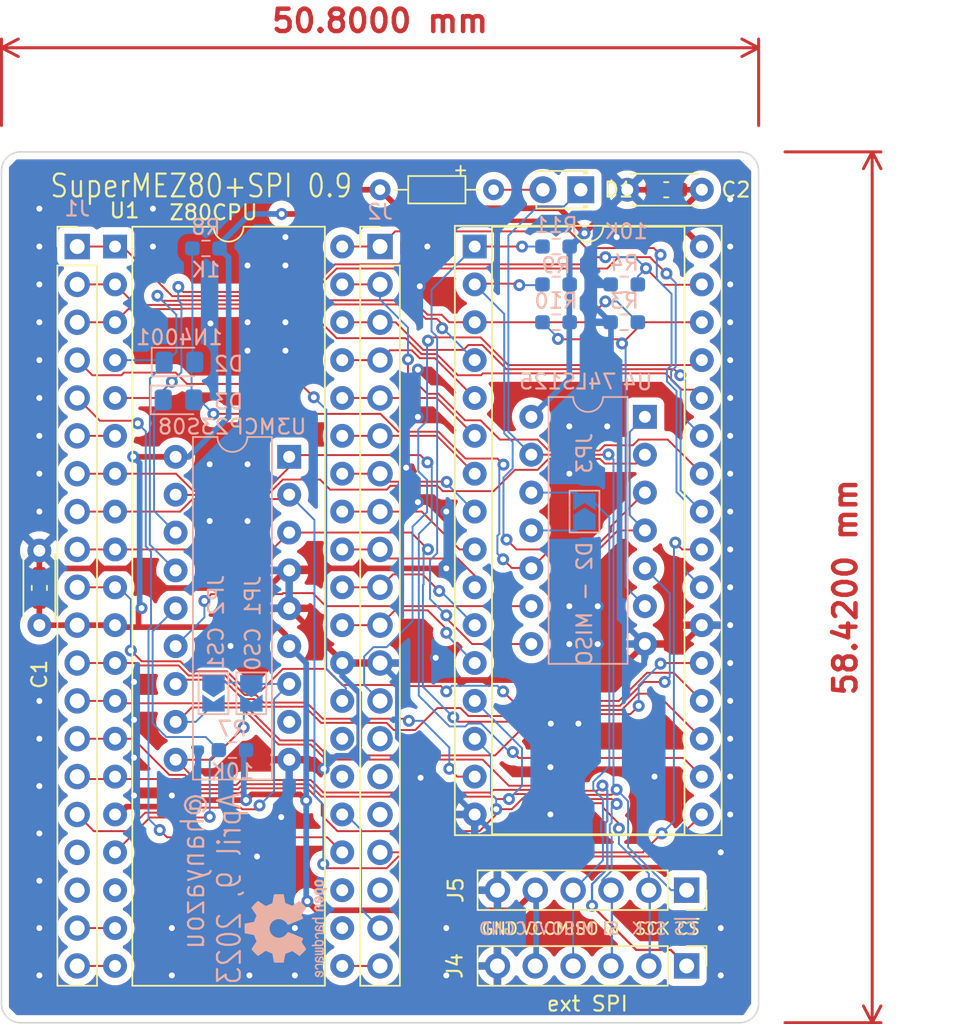
<source format=kicad_pcb>
(kicad_pcb (version 20221018) (generator pcbnew)
  (layers (0 "F.Cu" signal) (31 "B.Cu" signal) (34 "B.Paste" user) (35 "F.Paste" user) (36 "B.SilkS" user "B.Silkscreen") (37 "F.SilkS" user "F.Silkscreen") (38 "B.Mask" user) (39 "F.Mask" user) (44 "Edge.Cuts" user))
  (net 0 "")
  (net 1 "GND")
  (net 2 "Net-(D2-A)")
  (net 3 "Net-(D1-A)")
  (net 4 "A10")
  (net 5 "A9")
  (net 6 "A8")
  (net 7 "A7")
  (net 8 "A6")
  (net 9 "A5")
  (net 10 "A4")
  (net 11 "A3")
  (net 12 "A2")
  (net 13 "/D6")
  (net 14 "A0")
  (net 15 "D2")
  (net 16 "/D7")
  (net 17 "D0")
  (net 18 "D1")
  (net 21 "~{BUSRQ}")
  (net 22 "~{IORQ}")
  (net 23 "~{CS0}")
  (net 24 "VCC")
  (net 25 "~{CS1}")
  (net 26 "~{CS}")
  (net 27 "/D2")
  (net 28 "A14")
  (net 29 "A15")
  (net 30 "A16")
  (net 31 "MISO")
  (net 32 "~{NMI}")
  (net 33 "A11")
  (net 34 "A12")
  (net 35 "A13")
  (net 36 "CLK")
  (net 37 "D4")
  (net 38 "D3")
  (net 39 "D5")
  (net 41 "~{MREQ}")
  (net 42 "~{RD}")
  (net 45 "~{WAIT}")
  (net 46 "~{RESET}")
  (net 48 "~{RFSH}")
  (net 49 "A1")
  (net 51 "~{WE}")
  (net 54 "~{OE}")
  (net 56 "A17")
  (net 57 "A18")
  (net 58 "BANK1")
  (net 59 "BANK2")
  (net 60 "BANK0")
  (footprint "Resistor_THT:R_Axial_DIN0204_L3.6mm_D1.6mm_P7.62mm_Horizontal" (layer "F.Cu") (at 144.78 73.66)
    (fp_text reference "R2" hide)
    (fp_text value "1.5K")
  )
  (footprint "Capacitor_THT:C_Disc_D4.3mm_W1.9mm_P5.00mm" (layer "F.Cu") (at 121.92 102.87 90)
    (fp_text reference "C1")
    (fp_text value "100nF")
  )
  (footprint "Connector_PinHeader_2.54mm:PinHeader_1x20_P2.54mm_Vertical" (layer "F.Cu") (at 144.78 77.47)
    (fp_text reference "J2")
    (fp_text value "EMUZ80")
  )
  (footprint "Connector_PinHeader_2.54mm:PinHeader_1x06_P2.54mm_Vertical" (layer "F.Cu") (at 165.354 125.73 -90)
    (fp_text reference "J4")
    (fp_text value "ext SPI")
  )
  (footprint "Capacitor_SMD:C_0603_1608Metric_Pad1.08x0.95mm_HandSolder" (layer "F.Cu") (at 163.9835 73.66 180)
    (fp_text reference "C4" hide)
    (fp_text value "100nF")
  )
  (footprint "Capacitor_THT:C_Disc_D4.3mm_W1.9mm_P5.00mm" (layer "F.Cu") (at 166.37 73.66 180)
    (fp_text reference "C2")
    (fp_text value "100nF")
  )
  (footprint "Capacitor_SMD:C_0603_1608Metric_Pad1.08x0.95mm_HandSolder" (layer "F.Cu") (at 121.92 100.37 90)
    (fp_text reference "C3" hide)
    (fp_text value "100nF")
  )
  (footprint "Package_DIP:DIP-40_W15.24mm" (layer "F.Cu") (at 127 77.47)
    (fp_text reference "U1")
    (fp_text value "Z80CPU")
  )
  (footprint "LED_THT:LED_D1.8mm_W3.3mm_H2.4mm" (layer "F.Cu") (at 158.247 73.66 180)
    (fp_text reference "D1")
    (fp_text value "LED")
  )
  (footprint "Package_DIP:DIP-32_W15.24mm_Socket" (layer "F.Cu") (at 151.13 77.47)
    (fp_text reference "U2" hide)
    (fp_text value "AS6C4008" hide)
  )
  (footprint "Connector_PinSocket_2.54mm:PinSocket_1x06_P2.54mm_Vertical" (layer "F.Cu") (at 165.354 120.65 -90)
    (fp_text reference "J5")
    (fp_text value "SD Card slot")
  )
  (footprint "Connector_PinHeader_2.54mm:PinHeader_1x20_P2.54mm_Vertical" (layer "F.Cu") (at 124.46 77.47)
    (fp_text reference "J1")
    (fp_text value "EMUZ80_0")
  )
  (footprint "Jumper:SolderJumper-2_P1.3mm_Open_TrianglePad1.0x1.5mm" (layer "B.Cu") (at 133.604 107.442 -90)
    (fp_text reference "JP2 CS1")
    (fp_text value "Jumper_2_Open")
  )
  (footprint "Package_DIP:DIP-14_W7.62mm" (layer "B.Cu") (at 162.55 88.895 180)
    (fp_text reference "U4")
    (fp_text value "74LS125")
  )
  (footprint "Diode_SMD:D_0805_2012Metric_Pad1.15x1.40mm_HandSolder" (layer "B.Cu") (at 131.318 85.217)
    (fp_text reference "D2")
    (fp_text value "1N4001")
  )
  (footprint "Resistor_SMD:R_0603_1608Metric_Pad0.98x0.95mm_HandSolder" (layer "B.Cu") (at 156.591 80.01 180)
    (fp_text reference "R9")
    (fp_text value "10K")
  )
  (footprint "Resistor_SMD:R_0603_1608Metric_Pad0.98x0.95mm_HandSolder" (layer "B.Cu") (at 134.874 111.252 180)
    (fp_text reference "R7")
    (fp_text value "10K")
  )
  (footprint "Resistor_SMD:R_0603_1608Metric_Pad0.98x0.95mm_HandSolder" (layer "B.Cu") (at 156.591 77.47 180)
    (fp_text reference "R11")
    (fp_text value "10K")
  )
  (footprint "Jumper:SolderJumper-2_P1.3mm_Open_TrianglePad1.0x1.5mm" (layer "B.Cu") (at 158.496 95.25 90)
    (fp_text reference "JP3      D2 - MISO")
    (fp_text value "Jumper_2_Open")
  )
  (footprint "Resistor_SMD:R_0603_1608Metric_Pad0.98x0.95mm_HandSolder" (layer "B.Cu") (at 161.163 80.01 180)
    (fp_text reference "R4")
    (fp_text value "10K")
  )
  (footprint "Symbol:OSHW-Logo2_7.3x6mm_SilkScreen" (layer "B.Cu") (at 138.4554 123.2154 -90)
    (fp_text reference "REF**" hide)
    (fp_text value "OSHW-Logo2_7.3x6mm_SilkScreen" hide)
  )
  (footprint "Package_DIP:DIP-18_W7.62mm" (layer "B.Cu") (at 138.684 91.577 180)
    (fp_text reference "U3")
    (fp_text value "MCP23S08")
  )
  (footprint "Resistor_SMD:R_0603_1608Metric_Pad0.98x0.95mm_HandSolder" (layer "B.Cu") (at 133.096 77.597 180)
    (fp_text reference "R8")
    (fp_text value "1K")
  )
  (footprint "Resistor_SMD:R_0603_1608Metric_Pad0.98x0.95mm_HandSolder" (layer "B.Cu") (at 156.591 82.55 180)
    (fp_text reference "R10")
    (fp_text value "10K")
  )
  (footprint "Jumper:SolderJumper-2_P1.3mm_Open_TrianglePad1.0x1.5mm" (layer "B.Cu") (at 136.144 107.442 -90)
    (fp_text reference "JP1 CS0")
    (fp_text value "Jumper_2_Open")
  )
  (footprint "Resistor_SMD:R_0603_1608Metric_Pad0.98x0.95mm_HandSolder" (layer "B.Cu") (at 161.163 82.55 180)
    (fp_text reference "R3")
    (fp_text value "10K")
  )
  (footprint "Diode_SMD:D_0805_2012Metric_Pad1.15x1.40mm_HandSolder" (layer "B.Cu") (at 131.2558 87.757)
    (fp_text reference "D3")
    (fp_text value "1N4001")
  )
  (gr_line (start 170.18 72.39) (end 170.18 128.27) (stroke (width 0.1)) (layer "Edge.Cuts"))
  (gr_line (start 119.38 128.27) (end 119.38 72.39) (stroke (width 0.1)) (layer "Edge.Cuts"))
  (gr_arc (start 168.91 71.12) (mid 169.808026 71.491974) (end 170.18 72.39) (stroke (width 0.1)) (layer "Edge.Cuts"))
  (gr_arc (start 120.65 129.54) (mid 119.751974 129.168026) (end 119.38 128.27) (stroke (width 0.1)) (layer "Edge.Cuts"))
  (gr_arc (start 119.38 72.39) (mid 119.751974 71.491974) (end 120.65 71.12) (stroke (width 0.1)) (layer "Edge.Cuts"))
  (gr_line (start 120.65 71.12) (end 168.91 71.12) (stroke (width 0.1)) (layer "Edge.Cuts"))
  (gr_line (start 168.91 129.54) (end 120.65 129.54) (stroke (width 0.1)) (layer "Edge.Cuts"))
  (gr_arc (start 170.18 128.27) (mid 169.808026 129.168026) (end 168.91 129.54) (stroke (width 0.1)) (layer "Edge.Cuts"))
  (gr_text "SI" (at 160.909 123.698) (layer "B.SilkS") (effects (font (size 0.8 0.8) (thickness 0.127)) (justify left bottom mirror)))
  (gr_text "VCC" (at 156.21 123.698) (layer "B.SilkS") (effects (font (size 0.8 0.8) (thickness 0.127)) (justify left bottom mirror)))
  (gr_text "SCK" (at 164.084 123.698) (layer "B.SilkS") (effects (font (size 0.8 0.8) (thickness 0.127)) (justify left bottom mirror)))
  (gr_text "MISO" (at 159.258 123.698) (layer "B.SilkS") (effects (font (size 0.8 0.8) (thickness 0.127)) (justify left bottom mirror)))
  (gr_text "@hanyazou\nApril 9, 2023" (at 135.5598 113.9952 90) (layer "B.SilkS") (effects (font (size 1.524 1.27)) (justify left bottom mirror)))
  (gr_text "~{CS}" (at 166.116 123.698) (layer "B.SilkS") (effects (font (size 0.8 0.8) (thickness 0.127)) (justify left bottom mirror)))
  (gr_text "GND" (at 153.924 123.698) (layer "B.SilkS") (effects (font (size 0.8 0.8) (thickness 0.127)) (justify left bottom mirror)))
  (gr_text "SCK" (at 161.798 123.698) (layer "F.SilkS") (effects (font (size 0.8 0.8) (thickness 0.127)) (justify left bottom)))
  (gr_text "SuperMEZ80+SPI 0.9" (at 122.555 74.295) (layer "F.SilkS") (effects (font (size 1.524 1.27)) (justify left bottom)))
  (gr_text "SI" (at 159.639 123.698) (layer "F.SilkS") (effects (font (size 0.8 0.8) (thickness 0.127)) (justify left bottom)))
  (gr_text "~{CS}" (at 164.592 123.698) (layer "F.SilkS") (effects (font (size 0.8 0.8) (thickness 0.127)) (justify left bottom)))
  (gr_text "VCC" (at 154.178 123.698) (layer "F.SilkS") (effects (font (size 0.8 0.8) (thickness 0.127)) (justify left bottom)))
  (gr_text "MISO" (at 156.464 123.698) (layer "F.SilkS") (effects (font (size 0.8 0.8) (thickness 0.127)) (justify left bottom)))
  (gr_text "+" (at 149.606 72.771) (layer "F.SilkS") (effects (font (size 0.8 0.8) (thickness 0.127)) (justify left bottom)))
  (gr_text "GND" (at 151.511 123.698) (layer "F.SilkS") (effects (font (size 0.8 0.8) (thickness 0.127)) (justify left bottom)))
  (dimension (type aligned) (layer "F.Cu") (pts (xy 171.45 71.12) (xy 171.45 129.54)) (height -6.35) (gr_text "2.3000 in" (at 176 100.33 90) (layer "F.Cu") (effects (font (size 1.5 1.5) (thickness 0.3)))) (format (prefix "") (suffix "") (units 3) (units_format 1) (precision 4)) (style (thickness 0.2) (arrow_length 1.27) (text_position_mode 0) (extension_height 0.58642) (extension_offset 0.5) keep_text_aligned))
  (dimension (type aligned) (layer "F.Cu") (pts (xy 119.38 69.85) (xy 170.18 69.85)) (height -5.715) (gr_text "2.0000 in" (at 144.78 62.335) (layer "F.Cu") (effects (font (size 1.5 1.5) (thickness 0.3)))) (format (prefix "") (suffix "") (units 3) (units_format 1) (precision 4)) (style (thickness 0.2) (arrow_length 1.27) (text_position_mode 0) (extension_height 0.58642) (extension_offset 0.5) keep_text_aligned))
  (segment (start 130.377495 100.3808) (end 137.2462 100.3808) (width 0.381) (layer "F.Cu") (net 1))
  (segment (start 145.9229 106.5529) (end 160.1321 106.5529) (width 0.381) (layer "F.Cu") (net 1))
  (segment (start 137.2462 100.3808) (end 138.43 99.197) (width 0.381) (layer "F.Cu") (net 1))
  (segment (start 160.1321 106.5529) (end 162.55 104.135) (width 0.381) (layer "F.Cu") (net 1))
  (segment (start 147.32 94.615) (end 148.59 94.615) (width 0.381) (layer "F.Cu") (net 1))
  (segment (start 128.27 114.3) (end 130.81 114.3) (width 0.381) (layer "F.Cu") (net 1))
  (segment (start 163.121 73.66) (end 161.37 73.66) (width 0.381) (layer "F.Cu") (net 1))
  (segment (start 121.92 97.87) (end 123.1149 99.0649) (width 0.381) (layer "F.Cu") (net 1))
  (segment (start 162.55 104.135) (end 165.105 104.135) (width 0.381) (layer "F.Cu") (net 1))
  (segment (start 138.684 101.737) (end 142.24 105.293) (width 0.381) (layer "F.Cu") (net 1))
  (segment (start 121.92 99.5075) (end 121.92 97.87) (width 0.381) (layer "F.Cu") (net 1))
  (segment (start 148.59 94.615) (end 149.225 95.25) (width 0.381) (layer "F.Cu") (net 1))
  (segment (start 144.78 105.41) (end 145.9229 106.5529) (width 0.381) (layer "F.Cu") (net 1))
  (segment (start 165.105 104.135) (end 166.37 102.87) (width 0.381) (layer "F.Cu") (net 1))
  (segment (start 129.061595 99.0649) (end 130.377495 100.3808) (width 0.381) (layer "F.Cu") (net 1))
  (segment (start 140.385654 111.897) (end 138.684 111.897) (width 0.381) (layer "F.Cu") (net 1))
  (segment (start 138.821 99.06) (end 138.684 99.197) (width 0.381) (layer "F.Cu") (net 1))
  (segment (start 142.24 105.41) (end 144.78 105.41) (width 0.381) (layer "F.Cu") (net 1))
  (segment (start 149.225 99.06) (end 138.821 99.06) (width 0.381) (layer "F.Cu") (net 1))
  (segment (start 151.0475 115.4875) (end 151.13 115.57) (width 0.381) (layer "F.Cu") (net 1))
  (segment (start 140.994039 112.505385) (end 140.385654 111.897) (width 0.381) (layer "F.Cu") (net 1))
  (segment (start 123.1149 99.0649) (end 129.061595 99.0649) (width 0.381) (layer "F.Cu") (net 1))
  (segment (start 142.24 105.293) (end 142.24 105.41) (width 0.381) (layer "F.Cu") (net 1))
  (via (at 139.065 126.365) (size 0.8) (drill 0.4) (layers "F.Cu" "B.Cu") (net 1))
  (via (at 121.92 85.09) (size 0.8) (drill 0.4) (layers "F.Cu" "B.Cu") (net 1))
  (via (at 121.92 113.665) (size 0.8) (drill 0.4) (layers "F.Cu" "B.Cu") (net 1))
  (via (at 168.275 95.25) (size 0.8) (drill 0.4) (layers "F.Cu" "B.Cu") (net 1))
  (via (at 135.89 78.74) (size 0.8) (drill 0.4) (layers "F.Cu" "B.Cu") (net 1))
  (via (at 168.275 100.33) (size 0.8) (drill 0.4) (layers "F.Cu" "B.Cu") (net 1))
  (via (at 146.5326 92.3036) (size 0.8) (drill 0.4) (layers "F.Cu" "B.Cu") (net 1))
  (via (at 147.955 77.47) (size 0.8) (drill 0.4) (layers "F.Cu" "B.Cu") (net 1))
  (via (at 168.275 90.17) (size 0.8) (drill 0.4) (layers "F.Cu" "B.Cu") (net 1))
  (via (at 140.994039 112.505385) (size 0.8) (drill 0.4) (layers "F.Cu" "B.Cu") (net 1))
  (via (at 157.48 92.71) (size 0.8) (drill 0.4) (layers "F.Cu" "B.Cu") (net 1))
  (via (at 121.92 74.93) (size 0.8) (drill 0.4) (layers "F.Cu" "B.Cu") (net 1))
  (via (at 157.48 89.535) (size 0.8) (drill 0.4) (layers "F.Cu" "B.Cu") (net 1))
  (via (at 139.065 123.19) (size 0.8) (drill 0.4) (layers "F.Cu" "B.Cu") (net 1))
  (via (at 133.35 95.885) (size 0.8) (drill 0.4) (layers "F.Cu" "B.Cu") (net 1))
  (via (at 149.225 123.19) (size 0.8) (drill 0.4) (layers "F.Cu" "B.Cu") (net 1))
  (via (at 130.81 123.19) (size 0.8) (drill 0.4) (layers "F.Cu" "B.Cu") (net 1))
  (via (at 158.0896 109.474) (size 0.8) (drill 0.4) (layers "F.Cu" "B.Cu") (net 1))
  (via (at 147.32 85.725) (size 0.8) (drill 0.4) (layers "F.Cu" "B.Cu") (net 1))
  (via (at 168.275 102.87) (size 0.8) (drill 0.4) (layers "F.Cu" "B.Cu") (net 1))
  (via (at 147.32 94.615) (size 0.8) (drill 0.4) (layers "F.Cu" "B.Cu") (net 1))
  (via (at 121.92 126.365) (size 0.8) (drill 0.4) (layers "F.Cu" "B.Cu") (net 1))
  (via (at 138.43 82.55) (size 0.8) (drill 0.4) (layers "F.Cu" "B.Cu") (net 1))
  (via (at 136.525 118.3894) (size 0.8) (drill 0.4) (layers "F.Cu" "B.Cu") (net 1))
  (via (at 121.92 116.84) (size 0.8) (drill 0.4) (layers "F.Cu" "B.Cu") (net 1))
  (via (at 148.5138 105.0544) (size 0.8) (drill 0.4) (layers "F.Cu" "B.Cu") (net 1))
  (via (at 133.35 92.075) (size 0.8) (drill 0.4) (layers "F.Cu" "B.Cu") (net 1))
  (via (at 160.02 89.535) (size 0.8) (drill 0.4) (layers "F.Cu" "B.Cu") (net 1))
  (via (at 121.92 77.47) (size 0.8) (drill 0.4) (layers "F.Cu" "B.Cu") (net 1))
  (via (at 129.54 77.47) (size 0.8) (drill 0.4) (layers "F.Cu" "B.Cu") (net 1))
  (via (at 149.225 95.25) (size 0.8) (drill 0.4) (layers "F.Cu" "B.Cu") (net 1))
  (via (at 168.275 97.79) (size 0.8) (drill 0.4) (layers "F.Cu" "B.Cu") (net 1))
  (via (at 160.655 76.835) (size 0.8) (drill 0.4) (layers "F.Cu" "B.Cu") (net 1))
  (via (at 121.92 110.49) (size 0.8) (drill 0.4) (layers "F.Cu" "B.Cu") (net 1))
  (via (at 121.92 95.25) (size 0.8) (drill 0.4) (layers "F.Cu" "B.Cu") (net 1))
  (via (at 167.64 118.11) (size 0.8) (drill 0.4) (layers "F.Cu" "B.Cu") (net 1))
  (via (at 121.92 92.71) (size 0.8) (drill 0.4) (layers "F.Cu" "B.Cu") (net 1))
  (via (at 121.92 107.95) (size 0.8) (drill 0.4) (layers "F.Cu" "B.Cu") (net 1))
  (via (at 156.21 115.57) (size 0.8) (drill 0.4) (layers "F.Cu" "B.Cu") (net 1))
  (via (at 168.275 85.09) (size 0.8) (drill 0.4) (layers "F.Cu" "B.Cu") (net 1))
  (via (at 130.81 114.3) (size 0.8) (drill 0.4) (layers "F.Cu" "B.Cu") (net 1))
  (via (at 138.43 78.74) (size 0.8) (drill 0.4) (layers "F.Cu" "B.Cu") (net 1))
  (via (at 121.92 87.63) (size 0.8) (drill 0.4) (layers "F.Cu" "B.Cu") (net 1))
  (via (at 149.225 99.06) (size 0.8) (drill 0.4) (layers "F.Cu" "B.Cu") (net 1))
  (via (at 167.64 126.365) (size 0.8) (drill 0.4) (layers "F.Cu" "B.Cu") (net 1))
  (via (at 135.89 82.55) (size 0.8) (drill 0.4) (layers "F.Cu" "B.Cu") (net 1))
  (via (at 133.4008 82.6262) (size 0.8) (drill 0.4) (layers "F.Cu" "B.Cu") (net 1))
  (via (at 129.54 74.93) (size 0.8) (drill 0.4) (layers "F.Cu" "B.Cu") (net 1))
  (via (at 168.275 80.01) (size 0.8) (drill 0.4) (layers "F.Cu" "B.Cu") (net 1))
  (via (at 138.43 84.455) (size 0.8) (drill 0.4) (layers "F.Cu" "B.Cu") (net 1))
  (via (at 121.92 80.01) (size 0.8) (drill 0.4) (layers "F.Cu" "B.Cu") (net 1))
  (via (at 136.017 126.365) (size 0.8) (drill 0.4) (layers "F.Cu" "B.Cu") (net 1))
  (via (at 168.275 107.95) (size 0.8) (drill 0.4) (layers "F.Cu" "B.Cu") (net 1))
  (via (at 168.275 74.295) (size 0.8) (drill 0.4) (layers "F.Cu" "B.Cu") (net 1))
  (via (at 128.27 109.22) (size 0.8) (drill 0.4) (layers "F.Cu" "B.Cu") (net 1))
  (via (at 168.275 113.03) (size 0.8) (drill 0.4) (layers "F.Cu" "B.Cu") (net 1))
  (via (at 128.27 114.3) (size 0.8) (drill 0.4) (layers "F.Cu" "B.Cu") (net 1))
  (via (at 147.4978 113.1062) (size 0.8) (drill 0.4) (layers "F.Cu" "B.Cu") (net 1))
  (via (at 159.385 101.6) (size 0.8) (drill 0.4) (layers "F.Cu" "B.Cu") (net 1))
  (via (at 168.275 87.63) (size 0.8) (drill 0.4) (layers "F.Cu" "B.Cu") (net 1))
  (via (at 163.195 113.03) (size 0.8) (drill 0.4) (layers "F.Cu" "B.Cu") (net 1))
  (via (at 135.89 84.455) (size 0.8) (drill 0.4) (layers "F.Cu" "B.Cu") (net 1))
  (via (at 121.92 123.19) (size 0.8) (drill 0.4) (layers "F.Cu" "B.Cu") (net 1))
  (via (at 156.2354 109.474) (size 0.8) (drill 0.4) (layers "F.Cu" "B.Cu") (net 1))
  (via (at 149.225 126.365) (size 0.8) (drill 0.4) (layers "F.Cu" "B.Cu") (net 1))
  (via (at 138.43 76.835) (size 0.8) (drill 0.4) (layers "F.Cu" "B.Cu") (net 1))
  (via (at 121.92 120.015) (size 0.8) (drill 0.4) (layers "F.Cu" "B.Cu") (net 1))
  (via (at 147.447 80.137) (size 0.8) (drill 0.4) (layers "F.Cu" "B.Cu") (net 1))
  (via (at 135.89 95.885) (size 0.8) (drill 0.4) (layers "F.Cu" "B.Cu") (net 1))
  (via (at 121.92 82.55) (size 0.8) (drill 0.4) (layers "F.Cu" "B.Cu") (net 1))
  (via (at 168.275 105.41) (size 0.8) (drill 0.4) (layers "F.Cu" "B.Cu") (net 1))
  (via (at 128.27 106.68) (size 0.8) (drill 0.4) (layers "F.Cu" "B.Cu") (net 1))
  (via (at 138.1506 115.7478) (size 0.8) (drill 0.4) (layers "F.Cu" "B.Cu") (net 1))
  (via (at 168.275 77.47) (size 0.8) (drill 0.4) (layers "F.Cu" "B.Cu") (net 1))
  (via (at 156.21 112.395) (size 0.8) (drill 0.4) (layers "F.Cu" "B.Cu") (net 1))
  (via (at 121.92 90.17) (size 0.8) (drill 0.4) (layers "F.Cu" "B.Cu") (net 1))
  (via (at 168.275 110.49) (size 0.8) (drill 0.4) (layers "F.Cu" "B.Cu") (net 1))
  (via (at 168.275 92.71) (size 0.8) (drill 0.4) (layers "F.Cu" "B.Cu") (net 1))
  (via (at 147.32 88.9) (size 0.8) (drill 0.4) (layers "F.Cu" "B.Cu") (net 1))
  (via (at 159.385 104.14) (size 0.8) (drill 0.4) (layers "F.Cu" "B.Cu") (net 1))
  (via (at 167.64 123.19) (size 0.8) (drill 0.4) (layers "F.Cu" "B.Cu") (net 1))
  (via (at 130.81 126.365) (size 0.8) (drill 0.4) (layers "F.Cu" "B.Cu") (net 1))
  (via (at 134.747 104.267) (size 0.8) (drill 0.4) (layers "F.Cu" "B.Cu") (net 1))
  (via (at 157.48 104.14) (size 0.8) (drill 0.4) (layers "F.Cu" "B.Cu") (net 1))
  (via (at 128.27 111.76) (size 0.8) (drill 0.4) (layers "F.Cu" "B.Cu") (net 1))
  (via (at 168.275 115.57) (size 0.8) (drill 0.4) (layers "F.Cu" "B.Cu") (net 1))
  (via (at 168.275 82.55) (size 0.8) (drill 0.4) (layers "F.Cu" "B.Cu") (net 1))
  (via (at 157.48 101.6) (size 0.8) (drill 0.4) (layers "F.Cu" "B.Cu") (net 1))
  (via (at 135.89 92.075) (size 0.8) (drill 0.4) (layers "F.Cu" "B.Cu") (net 1))
  (segment (start 152.654 117.094) (end 151.13 115.57) (width 0.381) (layer "B.Cu") (net 1))
  (segment (start 159.1564 79.375) (end 159.1564 81.46122) (width 0.381) (layer "B.Cu") (net 1))
  (segment (start 142.24 106.271964) (end 142.24 105.41) (width 0.381) (layer "B.Cu") (net 1))
  (segment (start 152.715 120.65) (end 152.715 125.669) (width 0.381) (layer "B.Cu") (net 1))
  (segment (start 128.27 109.22) (end 128.27 111.76) (width 0.381) (layer "B.Cu") (net 1))
  (segment (start 152.715 125.669) (end 152.654 125.73) (width 0.381) (layer "B.Cu") (net 1))
  (segment (start 151.13 115.57) (end 145.9729 110.4129) (width 0.381) (layer "B.Cu") (net 1))
  (segment (start 160.2505 80.01) (end 159.7914 80.01) (width 0.381) (layer "B.Cu") (net 1))
  (segment (start 160.274 84.582) (end 160.274 82.5735) (width 0.381) (layer "B.Cu") (net 1))
  (segment (start 142.713405 111.6329) (end 143.3829 110.963405) (width 0.381) (layer "B.Cu") (net 1))
  (segment (start 149.225 95.25) (end 149.225 99.06) (width 0.381) (layer "B.Cu") (net 1))
  (segment (start 159.1564 76.97122) (end 159.2389 76.88872) (width 0.381) (layer "B.Cu") (net 1))
  (segment (start 145.9729 106.6029) (end 144.78 105.41) (width 0.381) (layer "B.Cu") (net 1))
  (segment (start 147.32 93.091) (end 147.32 94.615) (width 0.381) (layer "B.Cu") (net 1))
  (segment (start 152.654 120.65) (end 152.654 117.094) (width 0.381) (layer "B.Cu") (net 1))
  (segment (start 159.1564 79.375) (end 159.1564 76.97122) (width 0.381) (layer "B.Cu") (net 1))
  (segment (start 146.5326 92.3036) (end 147.32 93.091) (width 0.381) (layer "B.Cu") (net 1))
  (segment (start 160.24518 82.55) (end 160.2505 82.55) (width 0.381) (layer "B.Cu") (net 1))
  (segment (start 147.32 85.725) (end 147.32 88.9) (width 0.381) (layer "B.Cu") (net 1))
  (segment (start 140.994039 112.505385) (end 141.866524 111.6329) (width 0.381) (layer "B.Cu") (net 1))
  (segment (start 160.274 82.5735) (end 160.2505 82.55) (width 0.381) (layer "B.Cu") (net 1))
  (segment (start 141.866524 111.6329) (end 142.713405 111.6329) (width 0.381) (layer "B.Cu") (net 1))
  (segment (start 143.3829 110.963405) (end 143.3829 107.414864) (width 0.381) (layer "B.Cu") (net 1))
  (segment (start 143.3829 107.414864) (end 142.24 106.271964) (width 0.381) (layer "B.Cu") (net 1))
  (segment (start 160.8483 102.4333) (end 160.8483 85.1563) (width 0.381) (layer "B.Cu") (net 1))
  (segment (start 128.27 111.76) (end 128.27 114.3) (width 0.381) (layer "B.Cu") (net 1))
  (segment (start 146.5326 89.6874) (end 146.5326 92.3036) (width 0.381) (layer "B.Cu") (net 1))
  (segment (start 147.32 88.9) (end 146.5326 89.6874) (width 0.381) (layer "B.Cu") (net 1))
  (segment (start 138.684 99.197) (end 138.684 101.737) (width 0.381) (layer "B.Cu") (net 1))
  (segment (start 128.27 106.68) (end 128.27 109.22) (width 0.381) (layer "B.Cu") (net 1))
  (segment (start 159.2389 75.7911) (end 161.37 73.66) (width 0.381) (layer "B.Cu") (net 1))
  (segment (start 159.1564 81.46122) (end 160.24518 82.55) (width 0.381) (layer "B.Cu") (net 1))
  (segment (start 162.55 104.135) (end 160.8483 102.4333) (width 0.381) (layer "B.Cu") (net 1))
  (segment (start 145.9729 110.4129) (end 145.9729 109.5502) (width 0.381) (layer "B.Cu") (net 1))
  (segment (start 159.7914 80.01) (end 159.1564 79.375) (width 0.381) (layer "B.Cu") (net 1))
  (segment (start 160.8483 85.1563) (end 160.274 84.582) (width 0.381) (layer "B.Cu") (net 1))
  (segment (start 159.2389 76.88872) (end 159.2389 75.7911) (width 0.381) (layer "B.Cu") (net 1))
  (segment (start 145.9729 109.5502) (end 145.9729 106.6029) (width 0.381) (layer "B.Cu") (net 1))
  (segment (start 148.705731 89.8906) (end 150.509232 91.6941) (width 0.127) (layer "F.Cu") (net 2))
  (segment (start 160.7362 96.515) (end 159.1818 98.0694) (width 0.127) (layer "F.Cu") (net 2))
  (segment (start 146.008011 89.8906) (end 148.705731 89.8906) (width 0.127) (layer "F.Cu") (net 2))
  (segment (start 150.509232 91.6941) (end 152.6541 91.6941) (width 0.127) (layer "F.Cu") (net 2))
  (segment (start 152.6541 91.6941) (end 153.0604 92.1004) (width 0.127) (layer "F.Cu") (net 2))
  (segment (start 153.035 98.4504) (end 153.6192 99.0346) (width 0.127) (layer "F.Cu") (net 2))
  (segment (start 133.604 88.6959) (end 144.813311 88.6959) (width 0.127) (layer "F.Cu") (net 2))
  (segment (start 154.9096 99.0346) (end 154.93 99.055) (width 0.127) (layer "F.Cu") (net 2))
  (segment (start 162.55 96.515) (end 160.7362 96.515) (width 0.127) (layer "F.Cu") (net 2))
  (segment (start 153.6192 99.0346) (end 154.9096 99.0346) (width 0.127) (layer "F.Cu") (net 2))
  (segment (start 159.1818 98.0694) (end 155.9156 98.0694) (width 0.127) (layer "F.Cu") (net 2))
  (segment (start 155.9156 98.0694) (end 154.93 99.055) (width 0.127) (layer "F.Cu") (net 2))
  (segment (start 144.813311 88.6959) (end 146.008011 89.8906) (width 0.127) (layer "F.Cu") (net 2))
  (via (at 153.035 98.4504) (size 0.8) (drill 0.4) (layers "F.Cu" "B.Cu") (net 2))
  (via (at 153.0604 92.1004) (size 0.8) (drill 0.4) (layers "F.Cu" "B.Cu") (net 2))
  (via (at 133.604 88.6959) (size 0.8) (drill 0.4) (layers "F.Cu" "B.Cu") (net 2))
  (segment (start 132.193 85.217) (end 132.193 80.2545) (width 0.127) (layer "B.Cu") (net 2))
  (segment (start 133.604 88.6959) (end 132.6651 87.757) (width 0.127) (layer "B.Cu") (net 2))
  (segment (start 161.5341 95.4991) (end 162.55 96.515) (width 0.127) (layer "B.Cu") (net 2))
  (segment (start 132.1308 87.757) (end 132.1308 85.2792) (width 0.127) (layer "B.Cu") (net 2))
  (segment (start 153.0604 92.1004) (end 152.781 92.3798) (width 0.127) (layer "B.Cu") (net 2))
  (segment (start 152.6535 96.874485) (end 152.6535 98.0689) (width 0.127) (layer "B.Cu") (net 2))
  (segment (start 161.5341 89.9109) (end 161.5341 95.4991) (width 0.127) (layer "B.Cu") (net 2))
  (segment (start 132.193 80.2545) (end 132.1835 80.245) (width 0.127) (layer "B.Cu") (net 2))
  (segment (start 132.6651 87.757) (end 132.1308 87.757) (width 0.127) (layer "B.Cu") (net 2))
  (segment (start 152.781 92.3798) (end 152.781 96.746985) (width 0.127) (layer "B.Cu") (net 2))
  (segment (start 132.1308 85.2792) (end 132.193 85.217) (width 0.127) (layer "B.Cu") (net 2))
  (segment (start 132.1835 80.245) (end 132.1835 77.597) (width 0.127) (layer "B.Cu") (net 2))
  (segment (start 152.781 96.746985) (end 152.6535 96.874485) (width 0.127) (layer "B.Cu") (net 2))
  (segment (start 162.55 88.895) (end 161.5341 89.9109) (width 0.127) (layer "B.Cu") (net 2))
  (segment (start 152.6535 98.0689) (end 153.035 98.4504) (width 0.127) (layer "B.Cu") (net 2))
  (segment (start 152.4 73.66) (end 155.707 73.66) (width 0.127) (layer "F.Cu") (net 3))
  (segment (start 142.489 77.47) (end 144.78 77.47) (width 0.127) (layer "F.Cu") (net 4))
  (segment (start 145.7959 76.4541) (end 144.78 77.47) (width 0.127) (layer "F.Cu") (net 4))
  (segment (start 163.1442 77.5716) (end 158.615585 77.5716) (width 0.127) (layer "F.Cu") (net 4))
  (segment (start 157.498085 76.4541) (end 145.7959 76.4541) (width 0.127) (layer "F.Cu") (net 4))
  (segment (start 163.6014 78.0288) (end 163.1442 77.5716) (width 0.127) (layer "F.Cu") (net 4))
  (segment (start 158.615585 77.5716) (end 157.498085 76.4541) (width 0.127) (layer "F.Cu") (net 4))
  (via (at 163.6014 78.0288) (size 0.8) (drill 0.4) (layers "F.Cu" "B.Cu") (net 4))
  (segment (start 163.6014 78.0288) (end 163.3474 78.2828) (width 0.127) (layer "B.Cu") (net 4))
  (segment (start 163.3474 78.2828) (end 163.3474 79.656015) (width 0.127) (layer "B.Cu") (net 4))
  (segment (start 164.6682 93.943332) (end 165.2079 94.483032) (width 0.127) (layer "B.Cu") (net 4))
  (segment (start 164.6682 87.161532) (end 164.6682 93.943332) (width 0.127) (layer "B.Cu") (net 4))
  (segment (start 165.2079 99.1679) (end 166.37 100.33) (width 0.127) (layer "B.Cu") (net 4))
  (segment (start 163.3474 79.656015) (end 164.338 80.646615) (width 0.127) (layer "B.Cu") (net 4))
  (segment (start 164.030254 85.7318) (end 164.030254 86.523586) (width 0.127) (layer "B.Cu") (net 4))
  (segment (start 164.030254 86.523586) (end 164.6682 87.161532) (width 0.127) (layer "B.Cu") (net 4))
  (segment (start 165.2079 94.483032) (end 165.2079 99.1679) (width 0.127) (layer "B.Cu") (net 4))
  (segment (start 164.338 80.646615) (end 164.338 85.424053) (width 0.127) (layer "B.Cu") (net 4))
  (segment (start 164.338 85.424053) (end 164.030254 85.7318) (width 0.127) (layer "B.Cu") (net 4))
  (segment (start 146.65388 85.045) (end 146.65388 86.04948) (width 0.127) (layer "F.Cu") (net 5))
  (segment (start 161.7433 90.805) (end 162.1292 90.4191) (width 0.127) (layer "F.Cu") (net 5))
  (segment (start 148.705731 87.3506) (end 150.483732 89.1286) (width 0.127) (layer "F.Cu") (net 5))
  (segment (start 160.361015 90.7987) (end 160.367315 90.805) (width 0.127) (layer "F.Cu") (net 5))
  (segment (start 160.367315 90.805) (end 161.7433 90.805) (width 0.127) (layer "F.Cu") (net 5))
  (segment (start 146.65388 86.04948) (end 147.955 87.3506) (width 0.127) (layer "F.Cu") (net 5))
  (segment (start 155.3508 90.4191) (end 156.0873 91.1556) (width 0.127) (layer "F.Cu") (net 5))
  (segment (start 162.1292 90.4191) (end 164.0791 90.4191) (width 0.127) (layer "F.Cu") (net 5))
  (segment (start 142.489 80.01) (end 144.78 80.01) (width 0.127) (layer "F.Cu") (net 5))
  (segment (start 156.0873 91.1556) (end 159.493885 91.1556) (width 0.127) (layer "F.Cu") (net 5))
  (segment (start 159.850785 90.7987) (end 160.361015 90.7987) (width 0.127) (layer "F.Cu") (net 5))
  (segment (start 152.8158 90.4191) (end 155.3508 90.4191) (width 0.127) (layer "F.Cu") (net 5))
  (segment (start 164.0791 90.4191) (end 166.37 92.71) (width 0.127) (layer "F.Cu") (net 5))
  (segment (start 151.5253 89.1286) (end 152.8158 90.4191) (width 0.127) (layer "F.Cu") (net 5))
  (segment (start 147.955 87.3506) (end 148.705731 87.3506) (width 0.127) (layer "F.Cu") (net 5))
  (segment (start 150.483732 89.1286) (end 151.5253 89.1286) (width 0.127) (layer "F.Cu") (net 5))
  (segment (start 159.493885 91.1556) (end 159.850785 90.7987) (width 0.127) (layer "F.Cu") (net 5))
  (via (at 146.65388 85.045) (size 0.8) (drill 0.4) (layers "F.Cu" "B.Cu") (net 5))
  (segment (start 144.78 81.033415) (end 144.78 80.01) (width 0.127) (layer "B.Cu") (net 5))
  (segment (start 146.65388 82.907295) (end 144.78 81.033415) (width 0.127) (layer "B.Cu") (net 5))
  (segment (start 146.65388 85.045) (end 146.65388 82.907295) (width 0.127) (layer "B.Cu") (net 5))
  (segment (start 147.674359 84.4042) (end 145.820159 82.55) (width 0.127) (layer "F.Cu") (net 6))
  (segment (start 164.925554 86.102646) (end 164.522508 85.6996) (width 0.127) (layer "F.Cu") (net 6))
  (segment (start 150.7092 84.0741) (end 150.3791 84.4042) (width 0.127) (layer "F.Cu") (net 6))
  (segment (start 151.6381 84.0741) (end 150.7092 84.0741) (width 0.127) (layer "F.Cu") (net 6))
  (segment (start 164.522508 85.6996) (end 153.2636 85.6996) (width 0.127) (layer "F.Cu") (net 6))
  (segment (start 150.3791 84.4042) (end 147.674359 84.4042) (width 0.127) (layer "F.Cu") (net 6))
  (segment (start 153.2636 85.6996) (end 151.6381 84.0741) (width 0.127) (layer "F.Cu") (net 6))
  (segment (start 142.489 82.55) (end 144.78 82.55) (width 0.127) (layer "F.Cu") (net 6))
  (segment (start 145.820159 82.55) (end 144.78 82.55) (width 0.127) (layer "F.Cu") (net 6))
  (via (at 164.925554 86.102646) (size 0.8) (drill 0.4) (layers "F.Cu" "B.Cu") (net 6))
  (segment (start 165.2524 86.429492) (end 165.2524 89.0524) (width 0.127) (layer "B.Cu") (net 6))
  (segment (start 164.925554 86.102646) (end 165.2524 86.429492) (width 0.127) (layer "B.Cu") (net 6))
  (segment (start 165.2524 89.0524) (end 166.37 90.17) (width 0.127) (layer "B.Cu") (net 6))
  (segment (start 146.908995 84.4291) (end 145.4409 84.4291) (width 0.127) (layer "F.Cu") (net 7))
  (segment (start 151.13 87.63) (end 148.463 84.963) (width 0.127) (layer "F.Cu") (net 7))
  (segment (start 147.442895 84.963) (end 146.908995 84.4291) (width 0.127) (layer "F.Cu") (net 7))
  (segment (start 145.4409 84.4291) (end 144.78 85.09) (width 0.127) (layer "F.Cu") (net 7))
  (segment (start 148.463 84.963) (end 147.442895 84.963) (width 0.127) (layer "F.Cu") (net 7))
  (segment (start 144.78 85.09) (end 142.489 85.09) (width 0.127) (layer "F.Cu") (net 7))
  (segment (start 144.78 87.63) (end 148.59 87.63) (width 0.127) (layer "F.Cu") (net 8))
  (segment (start 148.59 87.63) (end 151.13 90.17) (width 0.127) (layer "F.Cu") (net 8))
  (segment (start 142.489 87.63) (end 144.78 87.63) (width 0.127) (layer "F.Cu") (net 8))
  (segment (start 148.59 90.17) (end 144.78 90.17) (width 0.127) (layer "F.Cu") (net 9))
  (segment (start 144.78 90.17) (end 142.489 90.17) (width 0.127) (layer "F.Cu") (net 9))
  (segment (start 151.13 92.71) (end 148.59 90.17) (width 0.127) (layer "F.Cu") (net 9))
  (segment (start 149.2308 93.2434) (end 145.3134 93.2434) (width 0.127) (layer "F.Cu") (net 10))
  (segment (start 149.2504 93.263) (end 149.2308 93.2434) (width 0.127) (layer "F.Cu") (net 10))
  (segment (start 145.3134 93.2434) (end 144.78 92.71) (width 0.127) (layer "F.Cu") (net 10))
  (segment (start 144.78 92.71) (end 142.489 92.71) (width 0.127) (layer "F.Cu") (net 10))
  (via (at 149.2504 93.263) (size 0.8) (drill 0.4) (layers "F.Cu" "B.Cu") (net 10))
  (segment (start 149.2504 93.263) (end 149.2504 93.3704) (width 0.127) (layer "B.Cu") (net 10))
  (segment (start 149.2504 93.3704) (end 151.13 95.25) (width 0.127) (layer "B.Cu") (net 10))
  (segment (start 142.489 95.25) (end 144.78 95.25) (width 0.127) (layer "F.Cu") (net 11))
  (segment (start 144.78 95.25) (end 147.574 95.25) (width 0.127) (layer "F.Cu") (net 11))
  (segment (start 150.114 97.79) (end 151.13 97.79) (width 0.127) (layer "F.Cu") (net 11))
  (segment (start 147.574 95.25) (end 150.114 97.79) (width 0.127) (layer "F.Cu") (net 11))
  (segment (start 151.13 99.5426) (end 151.13 100.33) (width 0.127) (layer "F.Cu") (net 12))
  (segment (start 145.3896 98.3996) (end 149.987 98.3996) (width 0.127) (layer "F.Cu") (net 12))
  (segment (start 149.987 98.3996) (end 151.13 99.5426) (width 0.127) (layer "F.Cu") (net 12))
  (segment (start 144.78 97.79) (end 145.3896 98.3996) (width 0.127) (layer "F.Cu") (net 12))
  (segment (start 142.489 97.79) (end 144.78 97.79) (width 0.127) (layer "F.Cu") (net 12))
  (segment (start 135.812432 107.2741) (end 136.7902 107.2741) (width 0.127) (layer "F.Cu") (net 13))
  (segment (start 148.8693 106.9593) (end 149.225 107.315) (width 0.127) (layer "F.Cu") (net 13))
  (segment (start 145.754564 106.9593) (end 148.8693 106.9593) (width 0.127) (layer "F.Cu") (net 13))
  (segment (start 138.2632 105.8011) (end 141.1579 105.8011) (width 0.127) (layer "F.Cu") (net 13))
  (segment (start 142.24 106.8832) (end 145.678464 106.8832) (width 0.127) (layer "F.Cu") (net 13))
  (segment (start 134.50713 105.9688) (end 135.812432 107.2741) (width 0.127) (layer "F.Cu") (net 13))
  (segment (start 141.1579 105.8011) (end 142.24 106.8832) (width 0.127) (layer "F.Cu") (net 13))
  (segment (start 136.7902 107.2741) (end 138.2632 105.8011) (width 0.127) (layer "F.Cu") (net 13))
  (segment (start 131.371731 105.2929) (end 132.047632 105.9688) (width 0.127) (layer "F.Cu") (net 13))
  (segment (start 145.678464 106.8832) (end 145.754564 106.9593) (width 0.127) (layer "F.Cu") (net 13))
  (segment (start 128.782313 105.2929) (end 131.371731 105.2929) (width 0.127) (layer "F.Cu") (net 13))
  (segment (start 153.035 107.315) (end 153.67 107.95) (width 0.127) (layer "F.Cu") (net 13))
  (segment (start 124.46 100.33) (end 127.249 100.33) (width 0.127) (layer "F.Cu") (net 13))
  (segment (start 164.4841 106.0641) (end 166.37 107.95) (width 0.127) (layer "F.Cu") (net 13))
  (segment (start 162.6933 106.0641) (end 164.4841 106.0641) (width 0.127) (layer "F.Cu") (net 13))
  (segment (start 132.047632 105.9688) (end 134.50713 105.9688) (width 0.127) (layer "F.Cu") (net 13))
  (segment (start 153.67 107.95) (end 160.8074 107.95) (width 0.127) (layer "F.Cu") (net 13))
  (segment (start 160.8074 107.95) (end 162.6933 106.0641) (width 0.127) (layer "F.Cu") (net 13))
  (segment (start 128.058689 104.569276) (end 128.782313 105.2929) (width 0.127) (layer "F.Cu") (net 13))
  (via (at 149.225 107.315) (size 0.8) (drill 0.4) (layers "F.Cu" "B.Cu") (net 13))
  (via (at 153.035 107.315) (size 0.8) (drill 0.4) (layers "F.Cu" "B.Cu") (net 13))
  (via (at 128.058689 104.569276) (size 0.8) (drill 0.4) (layers "F.Cu" "B.Cu") (net 13))
  (segment (start 149.6059 106.9341) (end 149.225 107.315) (width 0.127) (layer "B.Cu") (net 13))
  (segment (start 128.058689 104.569276) (end 128.058689 101.139689) (width 0.127) (layer "B.Cu") (net 13))
  (segment (start 128.058689 101.139689) (end 127.249 100.33) (width 0.127) (layer "B.Cu") (net 13))
  (segment (start 153.035 107.315) (end 152.6541 106.9341) (width 0.127) (layer "B.Cu") (net 13))
  (segment (start 152.6541 106.9341) (end 149.6059 106.9341) (width 0.127) (layer "B.Cu") (net 13))
  (segment (start 149.225 103.378) (end 149.225 103.124) (width 0.127) (layer "F.Cu") (net 14))
  (segment (start 149.225 103.124) (end 147.9754 101.8744) (width 0.127) (layer "F.Cu") (net 14))
  (segment (start 144.78 102.87) (end 142.489 102.87) (width 0.127) (layer "F.Cu") (net 14))
  (segment (start 147.9754 101.8744) (end 145.7756 101.8744) (width 0.127) (layer "F.Cu") (net 14))
  (segment (start 145.7756 101.8744) (end 144.78 102.87) (width 0.127) (layer "F.Cu") (net 14))
  (via (at 149.225 103.378) (size 0.8) (drill 0.4) (layers "F.Cu" "B.Cu") (net 14))
  (segment (start 149.225 103.505) (end 151.13 105.41) (width 0.127) (layer "B.Cu") (net 14))
  (segment (start 149.225 103.378) (end 149.225 103.505) (width 0.127) (layer "B.Cu") (net 14))
  (segment (start 154.93 96.515) (end 157.956 96.515) (width 0.127) (layer "B.Cu") (net 15))
  (segment (start 157.956 96.515) (end 158.496 95.975) (width 0.127) (layer "B.Cu") (net 15))
  (segment (start 138.0845 110.6017) (end 135.5951 108.1123) (width 0.127) (layer "F.Cu") (net 16))
  (segment (start 163.6019 105.4487) (end 163.6406 105.41) (width 0.127) (layer "F.Cu") (net 16))
  (segment (start 163.6406 105.41) (end 166.37 105.41) (width 0.127) (layer "F.Cu") (net 16))
  (segment (start 140.2435 110.6017) (end 138.0845 110.6017) (width 0.127) (layer "F.Cu") (net 16))
  (segment (start 155.2702 108.839) (end 152.5016 111.6076) (width 0.127) (layer "F.Cu") (net 16))
  (segment (start 162.132986 108.284986) (end 161.578972 108.839) (width 0.127) (layer "F.Cu") (net 16))
  (segment (start 135.5951 108.1123) (end 127.4113 108.1123) (width 0.127) (layer "F.Cu") (net 16))
  (segment (start 127.249 107.95) (end 124.46 107.95) (width 0.127) (layer "F.Cu") (net 16))
  (segment (start 141.2494 111.6076) (end 140.2435 110.6017) (width 0.127) (layer "F.Cu") (net 16))
  (segment (start 161.578972 108.839) (end 155.2702 108.839) (width 0.127) (layer "F.Cu") (net 16))
  (segment (start 127.4113 108.1123) (end 127.249 107.95) (width 0.127) (layer "F.Cu") (net 16))
  (segment (start 152.5016 111.6076) (end 141.2494 111.6076) (width 0.127) (layer "F.Cu") (net 16))
  (via (at 163.6019 105.4487) (size 0.8) (drill 0.4) (layers "F.Cu" "B.Cu") (net 16))
  (via (at 162.132986 108.284986) (size 0.8) (drill 0.4) (layers "F.Cu" "B.Cu") (net 16))
  (segment (start 162.132986 108.284986) (end 162.132986 106.917614) (width 0.127) (layer "B.Cu") (net 16))
  (segment (start 162.132986 106.917614) (end 163.6019 105.4487) (width 0.127) (layer "B.Cu") (net 16))
  (segment (start 152.586464 114.5344) (end 152.427364 114.3753) (width 0.127) (layer "F.Cu") (net 17))
  (segment (start 153.764508 114.1984) (end 153.428508 114.5344) (width 0.127) (layer "F.Cu") (net 17))
  (segment (start 152.427364 114.3753) (end 140.853368 114.3753) (width 0.127) (layer "F.Cu") (net 17))
  (segment (start 156.810053 114.1984) (end 153.764508 114.1984) (width 0.127) (layer "F.Cu") (net 17))
  (segment (start 140.853368 114.3753) (end 140.016067 113.538) (width 0.127) (layer "F.Cu") (net 17))
  (segment (start 135.258853 113.8682) (end 132.640068 113.8682) (width 0.127) (layer "F.Cu") (net 17))
  (segment (start 132.640068 113.8682) (end 131.684768 112.9129) (width 0.127) (layer "F.Cu") (net 17))
  (segment (start 160.3243 114.5286) (end 159.627731 114.5286) (width 0.127) (layer "F.Cu") (net 17))
  (segment (start 159.627731 114.5286) (end 159.621431 114.5349) (width 0.127) (layer "F.Cu") (net 17))
  (segment (start 159.621431 114.5349) (end 157.146553 114.5349) (width 0.127) (layer "F.Cu") (net 17))
  (segment (start 131.684768 112.9129) (end 130.6432 112.9129) (width 0.127) (layer "F.Cu") (net 17))
  (segment (start 157.146553 114.5349) (end 156.810053 114.1984) (width 0.127) (layer "F.Cu") (net 17))
  (segment (start 153.428508 114.5344) (end 152.586464 114.5344) (width 0.127) (layer "F.Cu") (net 17))
  (segment (start 135.589053 113.538) (end 135.258853 113.8682) (width 0.127) (layer "F.Cu") (net 17))
  (segment (start 130.6432 112.9129) (end 128.2203 110.49) (width 0.127) (layer "F.Cu") (net 17))
  (segment (start 140.016067 113.538) (end 135.589053 113.538) (width 0.127) (layer "F.Cu") (net 17))
  (segment (start 160.6545 114.8588) (end 160.3243 114.5286) (width 0.127) (layer "F.Cu") (net 17))
  (segment (start 128.2203 110.49) (end 124.46 110.49) (width 0.127) (layer "F.Cu") (net 17))
  (via (at 153.428508 114.5344) (size 0.8) (drill 0.4) (layers "F.Cu" "B.Cu") (net 17))
  (via (at 160.6545 114.8588) (size 0.8) (drill 0.4) (layers "F.Cu" "B.Cu") (net 17))
  (segment (start 160.6545 114.8588) (end 160.5788 114.8588) (width 0.127) (layer "B.Cu") (net 17))
  (segment (start 160.1915 116.764915) (end 160.3185 116.891915) (width 0.127) (layer "B.Cu") (net 17))
  (segment (start 160.274 125.73) (end 160.335 125.669) (width 0.1524) (layer "B.Cu") (net 17))
  (segment (start 160.3185 119.342192) (end 159.6898 119.970892) (width 0.127) (layer "B.Cu") (net 17))
  (segment (start 159.6898 120.0658) (end 160.274 120.65) (width 0.127) (layer "B.Cu") (net 17))
  (segment (start 154.305 111.125) (end 151.13 107.95) (width 0.127) (layer "B.Cu") (net 17))
  (segment (start 159.6898 119.970892) (end 159.6898 120.0658) (width 0.127) (layer "B.Cu") (net 17))
  (segment (start 160.3185 116.127685) (end 160.1915 116.254685) (width 0.127) (layer "B.Cu") (net 17))
  (segment (start 160.3185 116.891915) (end 160.3185 119.342192) (width 0.127) (layer "B.Cu") (net 17))
  (segment (start 160.3185 115.1191) (end 160.3185 116.127685) (width 0.127) (layer "B.Cu") (net 17))
  (segment (start 160.335 120.711) (end 160.274 120.65) (width 0.1524) (layer "B.Cu") (net 17))
  (segment (start 153.428508 114.5344) (end 154.305 113.657908) (width 0.127) (layer "B.Cu") (net 17))
  (segment (start 160.5788 114.8588) (end 160.3185 115.1191) (width 0.127) (layer "B.Cu") (net 17))
  (segment (start 160.335 125.669) (end 160.335 120.711) (width 0.1524) (layer "B.Cu") (net 17))
  (segment (start 160.1915 116.254685) (end 160.1915 116.764915) (width 0.127) (layer "B.Cu") (net 17))
  (segment (start 154.305 113.657908) (end 154.305 111.125) (width 0.127) (layer "B.Cu") (net 17))
  (segment (start 135.704785 113.8174) (end 135.374585 114.1476) (width 0.127) (layer "F.Cu") (net 18))
  (segment (start 154.356123 114.4778) (end 156.694321 114.4778) (width 0.127) (layer "F.Cu") (net 18))
  (segment (start 152.5778 115.2144) (end 153.619523 115.2144) (width 0.127) (layer "F.Cu") (net 18))
  (segment (start 159.737162 115.109362) (end 160.8074 116.1796) (width 0.127) (layer "F.Cu") (net 18))
  (segment (start 152.5778 115.2144) (end 152.5778 115.5589) (width 0.127) (layer "F.Cu") (net 18))
  (segment (start 135.374585 114.1476) (end 132.524336 114.1476) (width 0.127) (layer "F.Cu") (net 18))
  (segment (start 140.865536 115.632236) (end 140.865536 114.7826) (width 0.127) (layer "F.Cu") (net 18))
  (segment (start 132.524336 114.1476) (end 131.569036 113.1923) (width 0.127) (layer "F.Cu") (net 18))
  (segment (start 131.569036 113.1923) (end 124.6223 113.1923) (width 0.127) (layer "F.Cu") (net 18))
  (segment (start 140.865536 114.7826) (end 139.900336 113.8174) (width 0.127) (layer "F.Cu") (net 18))
  (segment (start 160.8074 116.1796) (end 160.8074 116.5098) (width 0.127) (layer "F.Cu") (net 18))
  (segment (start 159.737162 114.8143) (end 159.737162 115.109362) (width 0.127) (layer "F.Cu") (net 18))
  (segment (start 141.9209 116.6876) (end 140.865536 115.632236) (width 0.127) (layer "F.Cu") (net 18))
  (segment (start 153.619523 115.2144) (end 154.356123 114.4778) (width 0.127) (layer "F.Cu") (net 18))
  (segment (start 139.900336 113.8174) (end 135.704785 113.8174) (width 0.127) (layer "F.Cu") (net 18))
  (segment (start 152.5778 115.5589) (end 151.4491 116.6876) (width 0.127) (layer "F.Cu") (net 18))
  (segment (start 124.6223 113.1923) (end 124.46 113.03) (width 0.127) (layer "F.Cu") (net 18))
  (segment (start 151.4491 116.6876) (end 141.9209 116.6876) (width 0.127) (layer "F.Cu") (net 18))
  (segment (start 157.030822 114.8143) (end 159.737162 114.8143) (width 0.127) (layer "F.Cu") (net 18))
  (segment (start 156.694321 114.4778) (end 157.030822 114.8143) (width 0.127) (layer "F.Cu") (net 18))
  (via (at 160.8074 116.5098) (size 0.8) (drill 0.4) (layers "F.Cu" "B.Cu") (net 18))
  (via (at 152.5778 115.2144) (size 0.8) (drill 0.4) (layers "F.Cu" "B.Cu") (net 18))
  (segment (start 162.875 120.711) (end 162.814 120.65) (width 0.1524) (layer "B.Cu") (net 18))
  (segment (start 160.8074 117.539932) (end 162.814 119.546532) (width 0.127) (layer "B.Cu") (net 18))
  (segment (start 162.875 125.669) (end 162.875 120.711) (width 0.1524) (layer "B.Cu") (net 18))
  (segment (start 152.5778 114.554) (end 152.2222 114.1984) (width 0.127) (layer "B.Cu") (net 18))
  (segment (start 152.2222 114.1984) (end 152.2222 111.5822) (width 0.127) (layer "B.Cu") (net 18))
  (segment (start 162.814 119.546532) (end 162.814 120.65) (width 0.127) (layer "B.Cu") (net 18))
  (segment (start 152.2222 111.5822) (end 151.13 110.49) (width 0.127) (layer "B.Cu") (net 18))
  (segment (start 152.5778 115.2144) (end 152.5778 114.554) (width 0.127) (layer "B.Cu") (net 18))
  (segment (start 160.8074 116.5098) (end 160.8074 117.539932) (width 0.127) (layer "B.Cu") (net 18))
  (segment (start 162.814 125.73) (end 162.875 125.669) (width 0.1524) (layer "B.Cu") (net 18))
  (segment (start 144.78 123.19) (end 143.5049 121.9149) (width 0.127) (layer "B.Cu") (net 21))
  (segment (start 143.5049 121.9149) (end 143.5049 116.5859) (width 0.127) (layer "B.Cu") (net 21))
  (segment (start 143.5049 116.5859) (end 142.489 115.57) (width 0.127) (layer "B.Cu") (net 21))
  (segment (start 124.46 125.73) (end 127.249 125.73) (width 0.127) (layer "F.Cu") (net 22))
  (segment (start 156.925785 113.919) (end 152.388532 113.919) (width 0.127) (layer "F.Cu") (net 23))
  (segment (start 160.652372 113.905414) (end 160.308586 114.2492) (width 0.127) (layer "F.Cu") (net 23))
  (segment (start 159.512 114.2492) (end 159.5057 114.2555) (width 0.127) (layer "F.Cu") (net 23))
  (segment (start 157.262285 114.2555) (end 156.925785 113.919) (width 0.127) (layer "F.Cu") (net 23))
  (segment (start 131.064 111.897) (end 133.467 111.897) (width 0.127) (layer "F.Cu") (net 23))
  (segment (start 152.388532 113.919) (end 152.211632 114.0959) (width 0.127) (layer "F.Cu") (net 23))
  (segment (start 135.473321 113.2586) (end 135.143121 113.5888) (width 0.127) (layer "F.Cu") (net 23))
  (segment (start 140.131798 113.2586) (end 135.473321 113.2586) (width 0.127) (layer "F.Cu") (net 23))
  (segment (start 135.143121 113.5888) (end 132.7558 113.5888) (width 0.127) (layer "F.Cu") (net 23))
  (segment (start 140.9691 114.0959) (end 140.131798 113.2586) (width 0.127) (layer "F.Cu") (net 23))
  (segment (start 152.211632 114.0959) (end 140.9691 114.0959) (width 0.127) (layer "F.Cu") (net 23))
  (segment (start 160.308586 114.2492) (end 159.512 114.2492) (width 0.127) (layer "F.Cu") (net 23))
  (segment (start 160.0855 91.435) (end 154.93 91.435) (width 0.127) (layer "F.Cu") (net 23))
  (segment (start 132.7558 113.5888) (end 131.064 111.897) (width 0.127) (layer "F.Cu") (net 23))
  (segment (start 133.467 111.897) (end 135.636 109.728) (width 0.127) (layer "F.Cu") (net 23))
  (segment (start 160.1059 91.4146) (end 160.0855 91.435) (width 0.127) (layer "F.Cu") (net 23))
  (segment (start 159.5057 114.2555) (end 157.262285 114.2555) (width 0.127) (layer "F.Cu") (net 23))
  (via (at 135.636 109.728) (size 0.8) (drill 0.4) (layers "F.Cu" "B.Cu") (net 23))
  (via (at 160.652372 113.905414) (size 0.8) (drill 0.4) (layers "F.Cu" "B.Cu") (net 23))
  (via (at 160.1059 91.4146) (size 0.8) (drill 0.4) (layers "F.Cu" "B.Cu") (net 23))
  (segment (start 163.8799 120.2173) (end 164.3126 120.65) (width 0.127) (layer "B.Cu") (net 23))
  (segment (start 163.8799 120.208489) (end 163.8799 120.2173) (width 0.127) (layer "B.Cu") (net 23))
  (segment (start 163.255511 119.5841) (end 163.8799 120.208489) (width 0.127) (layer "B.Cu") (net 23))
  (segment (start 163.2467 119.5841) (end 163.255511 119.5841) (width 0.127) (layer "B.Cu") (net 23))
  (segment (start 153.3906 89.8906) (end 153.924 90.424) (width 0.127) (layer "B.Cu") (net 23))
  (segment (start 160.4419 113.694942) (end 160.4419 91.7506) (width 0.127) (layer "B.Cu") (net 23))
  (segment (start 160.652372 113.905414) (end 161.4233 114.676342) (width 0.127) (layer "B.Cu") (net 23))
  (segment (start 153.3906 76.7334) (end 153.3906 89.8906) (width 0.127) (layer "B.Cu") (net 23))
  (segment (start 158.247 73.66) (end 157.1311 74.7759) (width 0.127) (layer "B.Cu") (net 23))
  (segment (start 164.3126 120.65) (end 165.354 120.65) (width 0.127) (layer "B.Cu") (net 23))
  (segment (start 160.652372 113.905414) (end 160.4419 113.694942) (width 0.127) (layer "B.Cu") (net 23))
  (segment (start 161.4233 117.7607) (end 163.2467 119.5841) (width 0.127) (layer "B.Cu") (net 23))
  (segment (start 155.3481 74.7759) (end 153.3906 76.7334) (width 0.127) (layer "B.Cu") (net 23))
  (segment (start 160.4419 91.7506) (end 160.1059 91.4146) (width 0.127) (layer "B.Cu") (net 23))
  (segment (start 135.636 108.675) (end 136.144 108.167) (width 0.127) (layer "B.Cu") (net 23))
  (segment (start 157.1311 74.7759) (end 155.3481 74.7759) (width 0.127) (layer "B.Cu") (net 23))
  (segment (start 154.93 91.435) (end 153.8174 90.3224) (width 0.127) (layer "B.Cu") (net 23))
  (segment (start 135.636 109.728) (end 135.636 108.675) (width 0.127) (layer "B.Cu") (net 23))
  (segment (start 161.4233 114.676342) (end 161.4233 117.7607) (width 0.127) (layer "B.Cu") (net 23))
  (segment (start 140.5137 121.9971) (end 153.8469 121.9971) (width 0.381) (layer "F.Cu") (net 24))
  (segment (start 158.496 76.581) (end 156.8179 74.9029) (width 0.381) (layer "F.Cu") (net 24))
  (segment (start 127.7761 115.0429) (end 127.249 115.57) (width 0.381) (layer "F.Cu") (net 24))
  (segment (start 164.973 76.073) (end 166.37 77.47) (width 0.381) (layer "F.Cu") (net 24))
  (segment (start 164.973 76.073) (end 164.973 75.057) (width 0.381) (layer "F.Cu") (net 24))
  (segment (start 131.064 91.577) (end 128.2292 91.577) (width 0.381) (layer "F.Cu") (net 24))
  (segment (start 146.812 74.9029) (end 146.0229 74.9029) (width 0.381) (layer "F.Cu") (net 24))
  (segment (start 128.2292 91.577) (end 128.2192 91.567) (width 0.381) (layer "F.Cu") (net 24))
  (segment (start 153.8469 121.9971) (end 155.194 120.65) (width 0.381) (layer "F.Cu") (net 24))
  (segment (start 128.5748 101.9302) (end 128.778 101.727) (width 0.381) (layer "F.Cu") (net 24))
  (segment (start 128.5748 103.002) (end 128.5748 101.9302) (width 0.381) (layer "F.Cu") (net 24))
  (segment (start 121.92 102.87) (end 121.92 101.2325) (width 0.381) (layer "F.Cu") (net 24))
  (segment (start 128.5748 103.002) (end 137.927 103.002) (width 0.381) (layer "F.Cu") (net 24))
  (segment (start 137.927 103.002) (end 138.43 103.505) (width 0.381) (layer "F.Cu") (net 24))
  (segment (start 156.8179 74.9029) (end 146.812 74.9029) (width 0.381) (layer "F.Cu") (net 24))
  (segment (start 135.7884 114.6048) (end 131.6448 114.6048) (width 0.381) (layer "F.Cu") (net 24))
  (segment (start 164.973 75.057) (end 166.37 73.66) (width 0.381) (layer "F.Cu") (net 24))
  (segment (start 136.1694 114.2238) (end 139.4205 114.2238) (width 0.381) (layer "F.Cu") (net 24))
  (segment (start 164.846 73.66) (end 166.37 73.66) (width 0.381) (layer "F.Cu") (net 24))
  (segment (start 158.496 76.581) (end 159.0802 75.9968) (width 0.381) (layer "F.Cu") (net 24))
  (segment (start 135.7884 114.6048) (end 136.1694 114.2238) (width 0.381) (layer "F.Cu") (net 24))
  (segment (start 131.2067 115.0429) (end 127.7761 115.0429) (width 0.381) (layer "F.Cu") (net 24))
  (segment (start 146.0229 74.9029) (end 144.78 73.66) (width 0.381) (layer "F.Cu") (net 24))
  (segment (start 164.8968 75.9968) (end 164.973 76.073) (width 0.381) (layer "F.Cu") (net 24))
  (segment (start 140.97 73.66) (end 144.78 73.66) (width 0.381) (layer "F.Cu") (net 24))
  (segment (start 139.3444 75.2856) (end 140.97 73.66) (width 0.381) (layer "F.Cu") (net 24))
  (segment (start 124.46 102.87) (end 127.117 102.87) (width 0.381) (layer "F.Cu") (net 24))
  (segment (start 127.117 102.87) (end 127.249 103.002) (width 0.381) (layer "F.Cu") (net 24))
  (segment (start 121.92 102.87) (end 124.46 102.87) (width 0.381) (layer "F.Cu") (net 24))
  (segment (start 131.6448 114.6048) (end 131.2067 115.0429) (width 0.381) (layer "F.Cu") (net 24))
  (segment (start 139.9032 121.3866) (end 140.5137 121.9971) (width 0.381) (layer "F.Cu") (net 24))
  (segment (start 139.4205 114.2238) (end 139.8269 114.6302) (width 0.381) (layer "F.Cu") (net 24))
  (segment (start 138.43 103.505) (end 138.43 104.277) (width 0.381) (layer "F.Cu") (net 24))
  (segment (start 127.249 103.002) (end 128.5748 103.002) (width 0.381) (layer "F.Cu") (net 24))
  (segment (start 138.176 75.2856) (end 139.3444 75.2856) (width 0.381) (layer "F.Cu") (net 24))
  (segment (start 159.0802 75.9968) (end 164.8968 75.9968) (width 0.381) (layer "F.Cu") (net 24))
  (via (at 128.2192 91.567) (size 0.8) (drill 0.4) (layers "F.Cu" "B.Cu") (net 24))
  (via (at 158.496 76.581) (size 0.8) (drill 0.4) (layers "F.Cu" "B.Cu") (net 24))
  (via (at 139.8269 114.6302) (size 0.8) (drill 0.4) (layers "F.Cu" "B.Cu") (net 24))
  (via (at 139.9032 121.3866) (size 0.8) (drill 0.4) (layers "F.Cu" "B.Cu") (net 24))
  (via (at 138.176 75.2856) (size 0.8) (drill 0.4) (layers "F.Cu" "B.Cu") (net 24))
  (via (at 128.778 101.727) (size 0.8) (drill 0.4) (layers "F.Cu" "B.Cu") (net 24))
  (via (at 135.7884 114.6048) (size 0.8) (drill 0.4) (layers "F.Cu" "B.Cu") (net 24))
  (segment (start 135.636 111.4025) (end 135.7865 111.252) (width 0.381) (layer "B.Cu") (net 24))
  (segment (start 158.3925 76.581) (end 157.5035 77.47) (width 0.381) (layer "B.Cu") (net 24))
  (segment (start 158.496 76.581) (end 158.3925 76.581) (width 0.381) (layer "B.Cu") (net 24))
  (segment (start 157.48 77.597) (end 157.48 82.5265) (width 0.381) (layer "B.Cu") (net 24))
  (segment (start 155.255 125.669) (end 155.194 125.73) (width 0.381) (layer "B.Cu") (net 24))
  (segment (start 135.636 114.4524) (end 135.636 111.4025) (width 0.381) (layer "B.Cu") (net 24))
  (segment (start 157.48 86.345) (end 157.48 82.5735) (width 0.381) (layer "B.Cu") (net 24))
  (segment (start 155.255 120.65) (end 155.255 125.669) (width 0.381) (layer "B.Cu") (net 24))
  (segment (start 135.7884 114.6048) (end 135.636 114.4524) (width 0.381) (layer "B.Cu") (net 24))
  (segment (start 158.496 76.581) (end 157.48 77.597) (width 0.381) (layer "B.Cu") (net 24))
  (segment (start 157.48 82.5265) (end 157.5035 82.55) (width 0.381) (layer "B.Cu") (net 24))
  (segment (start 134.62 78.2085) (end 134.0085 77.597) (width 0.381) (layer "B.Cu") (net 24))
  (segment (start 131.064 91.577) (end 131.943 91.577) (width 0.381) (layer "B.Cu") (net 24))
  (segment (start 157.48 82.5735) (end 157.5035 82.55) (width 0.381) (layer "B.Cu") (net 24))
  (segment (start 134.62 88.9) (end 134.62 78.2085) (width 0.381) (layer "B.Cu") (net 24))
  (segment (start 154.93 88.895) (end 157.48 86.345) (width 0.381) (layer "B.Cu") (net 24))
  (segment (start 136.0424 75.2856) (end 138.176 75.2856) (width 0.381) (layer "B.Cu") (net 24))
  (segment (start 139.8269 105.4199) (end 138.684 104.277) (width 0.381) (layer "B.Cu") (net 24))
  (segment (start 139.8269 121.3103) (end 139.8269 114.6302) (width 0.381) (layer "B.Cu") (net 24))
  (segment (start 128.778 101.727) (end 128.651 101.6) (width 0.381) (layer "B.Cu") (net 24))
  (segment (start 128.651 101.6) (end 128.651 91.9988) (width 0.381) (layer "B.Cu") (net 24))
  (segment (start 134.0085 77.3195) (end 136.0424 75.2856) (width 0.381) (layer "B.Cu") (net 24))
  (segment (start 134.0085 77.597) (end 134.0085 77.3195) (width 0.381) (layer "B.Cu") (net 24))
  (segment (start 139.8269 114.6302) (end 139.8269 105.4199) (width 0.381) (layer "B.Cu") (net 24))
  (segment (start 128.651 91.9988) (end 128.2192 91.567) (width 0.381) (layer "B.Cu") (net 24))
  (segment (start 131.943 91.577) (end 134.62 88.9) (width 0.381) (layer "B.Cu") (net 24))
  (segment (start 139.9032 121.3866) (end 139.8269 121.3103) (width 0.381) (layer "B.Cu") (net 24))
  (segment (start 157.5035 77.47) (end 157.5035 80.01) (width 0.381) (layer "B.Cu") (net 24))
  (segment (start 159.004 121.6914) (end 161.964 124.6514) (width 0.1524) (layer "F.Cu") (net 25))
  (segment (start 161.964 124.6514) (end 164.2754 124.6514) (width 0.1524) (layer "F.Cu") (net 25))
  (segment (start 137.968768 110.8811) (end 135.479368 108.3917) (width 0.127) (layer "F.Cu") (net 25))
  (segment (start 132.1463 108.3917) (end 131.181 109.357) (width 0.127) (layer "F.Cu") (net 25))
  (segment (start 131.181 109.357) (end 131.064 109.357) (width 0.127) (layer "F.Cu") (net 25))
  (segment (start 157.378017 113.9761) (end 157.041516 113.6396) (width 0.127) (layer "F.Cu") (net 25))
  (segment (start 151.6634 111.887) (end 141.133668 111.887) (width 0.127) (layer "F.Cu") (net 25))
  (segment (start 157.041516 113.6396) (end 153.416 113.6396) (width 0.127) (layer "F.Cu") (net 25))
  (segment (start 164.2754 124.6514) (end 165.354 125.73) (width 0.1524) (layer "F.Cu") (net 25))
  (segment (start 135.479368 108.3917) (end 132.1463 108.3917) (width 0.127) (layer "F.Cu") (net 25))
  (segment (start 159.703115 113.633797) (end 159.360812 113.9761) (width 0.127) (layer "F.Cu") (net 25))
  (segment (start 153.416 113.6396) (end 151.6634 111.887) (width 0.127) (layer "F.Cu") (net 25))
  (segment (start 140.127768 110.8811) (end 137.968768 110.8811) (width 0.127) (layer "F.Cu") (net 25))
  (segment (start 159.360812 113.9761) (end 157.378017 113.9761) (width 0.127) (layer "F.Cu") (net 25))
  (segment (start 141.133668 111.887) (end 140.127768 110.8811) (width 0.127) (layer "F.Cu") (net 25))
  (via (at 159.004 121.6914) (size 0.8) (drill 0.4) (layers "F.Cu" "B.Cu") (net 25))
  (via (at 159.703115 113.633797) (size 0.8) (drill 0.4) (layers "F.Cu" "B.Cu") (net 25))
  (segment (start 132.414 109.357) (end 131.064 109.357) (width 0.127) (layer "B.Cu") (net 25))
  (segment (start 159.004 120.250292) (end 159.004 121.6914) (width 0.1524) (layer "B.Cu") (net 25))
  (segment (start 159.1954 120.058892) (end 159.004 120.250292) (width 0.1524) (layer "B.Cu") (net 25))
  (segment (start 159.703115 113.633797) (end 160.0264 113.957082) (width 0.1524) (layer "B.Cu") (net 25))
  (segment (start 160.0264 119.2212) (end 159.1954 120.0522) (width 0.1524) (layer "B.Cu") (net 25))
  (segment (start 160.0264 116.006693) (end 159.8994 116.133693) (width 0.1524) (layer "B.Cu") (net 25))
  (segment (start 159.8994 116.885907) (end 160.0264 117.012907) (width 0.1524) (layer "B.Cu") (net 25))
  (segment (start 133.604 108.167) (end 132.414 109.357) (width 0.127) (layer "B.Cu") (net 25))
  (segment (start 159.8994 116.133693) (end 159.8994 116.885907) (width 0.1524) (layer "B.Cu") (net 25))
  (segment (start 160.0264 113.957082) (end 160.0264 116.006693) (width 0.1524) (layer "B.Cu") (net 25))
  (segment (start 160.0264 117.012907) (end 160.0264 119.2212) (width 0.1524) (layer "B.Cu") (net 25))
  (segment (start 159.1954 120.0522) (end 159.1954 120.058892) (width 0.1524) (layer "B.Cu") (net 25))
  (segment (start 136.439857 115.2207) (end 135.533285 115.2207) (width 0.127) (layer "F.Cu") (net 26))
  (segment (start 131.711536 115.1128) (end 131.375036 115.4493) (width 0.127) (layer "F.Cu") (net 26))
  (segment (start 135.425385 115.1128) (end 131.711536 115.1128) (width 0.127) (layer "F.Cu") (net 26))
  (segment (start 135.533285 115.2207) (end 135.425385 115.1128) (width 0.127) (layer "F.Cu") (net 26))
  (segment (start 129.0257 115.4493) (end 127.7874 116.6876) (width 0.127) (layer "F.Cu") (net 26))
  (segment (start 131.375036 115.4493) (end 129.0257 115.4493) (width 0.127) (layer "F.Cu") (net 26))
  (segment (start 136.694357 114.9662) (end 136.439857 115.2207) (width 0.127) (layer "F.Cu") (net 26))
  (segment (start 125.5776 116.6876) (end 124.46 115.57) (width 0.127) (layer "F.Cu") (net 26))
  (segment (start 127.7874 116.6876) (end 125.5776 116.6876) (width 0.127) (layer "F.Cu") (net 26))
  (via (at 136.694357 114.9662) (size 0.8) (drill 0.4) (layers "F.Cu" "B.Cu") (net 26))
  (segment (start 133.604 106.717) (end 136.144 106.717) (width 0.127) (layer "B.Cu") (net 26))
  (segment (start 137.6681 107.8329) (end 138.684 106.817) (width 0.127) (layer "B.Cu") (net 26))
  (segment (start 136.694357 114.9662) (end 137.6681 113.992457) (width 0.127) (layer "B.Cu") (net 26))
  (segment (start 136.244 106.817) (end 138.684 106.817) (width 0.127) (layer "B.Cu") (net 26))
  (segment (start 136.144 106.717) (end 136.244 106.817) (width 0.127) (layer "B.Cu") (net 26))
  (segment (start 137.6681 113.992457) (end 137.6681 107.8329) (width 0.127) (layer "B.Cu") (net 26))
  (segment (start 131.256 105.5723) (end 128.666582 105.5723) (width 0.127) (layer "F.Cu") (net 27))
  (segment (start 128.504282 105.41) (end 124.46 105.41) (width 0.127) (layer "F.Cu") (net 27))
  (segment (start 134.391399 106.2482) (end 131.9319 106.2482) (width 0.127) (layer "F.Cu") (net 27))
  (segment (start 149.4282 112.5024) (end 149.9558 113.03) (width 0.127) (layer "F.Cu") (net 27))
  (segment (start 146.572501 109.1447) (end 140.9354 109.1447) (width 0.127) (layer "F.Cu") (net 27))
  (segment (start 128.666582 105.5723) (end 128.504282 105.41) (width 0.127) (layer "F.Cu") (net 27))
  (segment (start 139.8524 108.0617) (end 136.9669 108.0617) (width 0.127) (layer "F.Cu") (net 27))
  (segment (start 131.9319 106.2482) (end 131.256 105.5723) (width 0.127) (layer "F.Cu") (net 27))
  (segment (start 149.9558 113.03) (end 151.13 113.03) (width 0.127) (layer "F.Cu") (net 27))
  (segment (start 136.4587 107.5535) (end 135.6967 107.5535) (width 0.127) (layer "F.Cu") (net 27))
  (segment (start 146.7153 109.287499) (end 146.572501 109.1447) (width 0.127) (layer "F.Cu") (net 27))
  (segment (start 140.9354 109.1447) (end 139.8524 108.0617) (width 0.127) (layer "F.Cu") (net 27))
  (segment (start 136.9669 108.0617) (end 136.4587 107.5535) (width 0.127) (layer "F.Cu") (net 27))
  (segment (start 135.6967 107.5535) (end 134.391399 106.2482) (width 0.127) (layer "F.Cu") (net 27))
  (via (at 149.4282 112.5024) (size 0.8) (drill 0.4) (layers "F.Cu" "B.Cu") (net 27))
  (via (at 146.7153 109.287499) (size 0.8) (drill 0.4) (layers "F.Cu" "B.Cu") (net 27))
  (segment (start 147.641499 109.287499) (end 149.4282 111.0742) (width 0.127) (layer "B.Cu") (net 27))
  (segment (start 146.7153 109.287499) (end 147.641499 109.287499) (width 0.127) (layer "B.Cu") (net 27))
  (segment (start 149.4282 111.0742) (end 149.4282 112.5024) (width 0.127) (layer "B.Cu") (net 27))
  (segment (start 158.5018 82.55) (end 151.13 82.55) (width 0.127) (layer "F.Cu") (net 28))
  (segment (start 159.8988 81.153) (end 158.5018 82.55) (width 0.127) (layer "F.Cu") (net 28))
  (segment (start 131.286784 81.0759) (end 147.003032 81.0759) (width 0.127) (layer "F.Cu") (net 28))
  (segment (start 129.8439 80.7725) (end 130.1799 81.1085) (width 0.127) (layer "F.Cu") (net 28))
  (segment (start 147.969132 82.042) (end 148.908115 82.042) (width 0.127) (layer "F.Cu") (net 28))
  (segment (start 148.908115 82.042) (end 149.416115 82.55) (width 0.127) (layer "F.Cu") (net 28))
  (segment (start 147.003032 81.0759) (end 147.969132 82.042) (width 0.127) (layer "F.Cu") (net 28))
  (segment (start 130.1799 81.1085) (end 131.254183 81.1085) (width 0.127) (layer "F.Cu") (net 28))
  (segment (start 131.254183 81.1085) (end 131.286784 81.0759) (width 0.127) (layer "F.Cu") (net 28))
  (segment (start 149.416115 82.55) (end 151.13 82.55) (width 0.127) (layer "F.Cu") (net 28))
  (via (at 129.8439 80.7725) (size 0.8) (drill 0.4) (layers "F.Cu" "B.Cu") (net 28))
  (via (at 159.8988 81.153) (size 0.8) (drill 0.4) (layers "F.Cu" "B.Cu") (net 28))
  (segment (start 130.316 85.09) (end 127.249 85.09) (width 0.127) (layer "B.Cu") (net 28))
  (segment (start 160.6785 81.153) (end 162.0755 82.55) (width 0.127) (layer "B.Cu") (net 28))
  (segment (start 159.8988 81.153) (end 160.6785 81.153) (width 0.127) (layer "B.Cu") (net 28))
  (segment (start 130.443 85.217) (end 130.316 85.09) (width 0.127) (layer "B.Cu") (net 28))
  (segment (start 129.3368 97.4698) (end 129.3368 86.3232) (width 0.127) (layer "B.Cu") (net 28))
  (segment (start 131.1148 84.5452) (end 130.443 85.217) (width 0.127) (layer "B.Cu") (net 28))
  (segment (start 131.064 99.197) (end 129.3368 97.4698) (width 0.127) (layer "B.Cu") (net 28))
  (segment (start 131.1148 82.0434) (end 131.1148 84.5452) (width 0.127) (layer "B.Cu") (net 28))
  (segment (start 129.3368 86.3232) (end 130.443 85.217) (width 0.127) (layer "B.Cu") (net 28))
  (segment (start 129.8439 80.7725) (end 131.1148 82.0434) (width 0.127) (layer "B.Cu") (net 28))
  (segment (start 162.623046 78.930954) (end 163.727492 80.0354) (width 0.127) (layer "F.Cu") (net 29))
  (segment (start 159.8988 78.187) (end 158.7442 78.187) (width 0.127) (layer "F.Cu") (net 29))
  (segment (start 131.581154 80.5171) (end 131.245154 80.1811) (width 0.127) (layer "F.Cu") (net 29))
  (segment (start 163.727492 80.0354) (end 166.3446 80.0354) (width 0.127) (layer "F.Cu") (net 29))
  (segment (start 166.3446 80.0354) (end 166.37 80.01) (width 0.127) (layer "F.Cu") (net 29))
  (segment (start 139.901069 80.5171) (end 131.581154 80.5171) (width 0.127) (layer "F.Cu") (net 29))
  (segment (start 158.7442 78.187) (end 158.2665 78.6647) (width 0.127) (layer "F.Cu") (net 29))
  (segment (start 130.81 86.54158) (end 129.72158 87.63) (width 0.127) (layer "F.Cu") (net 29))
  (segment (start 141.753469 78.6647) (end 139.901069 80.5171) (width 0.127) (layer "F.Cu") (net 29))
  (segment (start 129.72158 87.63) (end 127.249 87.63) (width 0.127) (layer "F.Cu") (net 29))
  (segment (start 158.2665 78.6647) (end 141.753469 78.6647) (width 0.127) (layer "F.Cu") (net 29))
  (via (at 159.8988 78.187) (size 0.8) (drill 0.4) (layers "F.Cu" "B.Cu") (net 29))
  (via (at 162.623046 78.930954) (size 0.8) (drill 0.4) (layers "F.Cu" "B.Cu") (net 29))
  (via (at 131.245154 80.1811) (size 0.8) (drill 0.4) (layers "F.Cu" "B.Cu") (net 29))
  (via (at 130.81 86.54158) (size 0.8) (drill 0.4) (layers "F.Cu" "B.Cu") (net 29))
  (segment (start 131.4521 85.89948) (end 130.81 86.54158) (width 0.127) (layer "B.Cu") (net 29))
  (segment (start 131.4521 81.305715) (end 131.4521 85.89948) (width 0.127) (layer "B.Cu") (net 29))
  (segment (start 162.0755 79.4785) (end 162.0755 80.01) (width 0.127) (layer "B.Cu") (net 29))
  (segment (start 129.6162 88.5216) (end 129.6162 95.2092) (width 0.127) (layer "B.Cu") (net 29))
  (segment (start 161.879092 78.187) (end 159.8988 78.187) (width 0.127) (layer "B.Cu") (net 29))
  (segment (start 129.6162 95.2092) (end 131.064 96.657) (width 0.127) (layer "B.Cu") (net 29))
  (segment (start 130.3808 86.97078) (end 130.3808 87.757) (width 0.127) (layer "B.Cu") (net 29))
  (segment (start 130.3808 87.757) (end 129.6162 88.5216) (width 0.127) (layer "B.Cu") (net 29))
  (segment (start 130.81 86.54158) (end 130.3808 86.97078) (width 0.127) (layer "B.Cu") (net 29))
  (segment (start 131.245154 80.1811) (end 131.2418 80.184454) (width 0.127) (layer "B.Cu") (net 29))
  (segment (start 131.2418 81.095415) (end 131.4521 81.305715) (width 0.127) (layer "B.Cu") (net 29))
  (segment (start 162.623046 78.930954) (end 162.0755 79.4785) (width 0.127) (layer "B.Cu") (net 29))
  (segment (start 162.623046 78.930954) (end 161.879092 78.187) (width 0.127) (layer "B.Cu") (net 29))
  (segment (start 131.2418 80.184454) (end 131.2418 81.095415) (width 0.127) (layer "B.Cu") (net 29))
  (segment (start 159.066068 97.79) (end 153.9298 97.79) (width 0.127) (layer "F.Cu") (net 30))
  (segment (start 153.9298 97.79) (end 153.2694 97.1296) (width 0.127) (layer "F.Cu") (net 30))
  (segment (start 162.55 93.975) (end 162.5396 93.975) (width 0.127) (layer "F.Cu") (net 30))
  (segment (start 162.5396 93.975) (end 160.279 96.2356) (width 0.127) (layer "F.Cu") (net 30))
  (segment (start 154.1272 80.0608) (end 154.0256 79.9592) (width 0.127) (layer "F.Cu") (net 30))
  (segment (start 154.0256 79.9592) (end 151.1808 79.9592) (width 0.127) (layer "F.Cu") (net 30))
  (segment (start 151.1808 79.9592) (end 151.13 80.01) (width 0.127) (layer "F.Cu") (net 30))
  (segment (start 160.279 96.577068) (end 159.066068 97.79) (width 0.127) (layer "F.Cu") (net 30))
  (segment (start 160.279 96.2356) (end 160.279 96.577068) (width 0.127) (layer "F.Cu") (net 30))
  (via (at 154.1272 80.0608) (size 0.8) (drill 0.4) (layers "F.Cu" "B.Cu") (net 30))
  (via (at 153.2694 97.1296) (size 0.8) (drill 0.4) (layers "F.Cu" "B.Cu") (net 30))
  (segment (start 153.6763 90.576432) (end 153.538 90.438132) (width 0.127) (layer "B.Cu") (net 30))
  (segment (start 153.2694 97.1296) (end 153.0604 96.9206) (width 0.127) (layer "B.Cu") (net 30))
  (segment (start 153.538 90.433132) (end 153.1112 90.006331) (width 0.127) (layer "B.Cu") (net 30))
  (segment (start 153.538 90.438132) (end 153.538 90.433132) (width 0.127) (layer "B.Cu") (net 30))
  (segment (start 153.1112 90.006331) (end 153.1112 81.9912) (width 0.127) (layer "B.Cu") (net 30))
  (segment (start 153.0604 96.9206) (end 153.0604 92.971415) (width 0.127) (layer "B.Cu") (net 30))
  (segment (start 153.0604 92.971415) (end 153.6763 92.355515) (width 0.127) (layer "B.Cu") (net 30))
  (segment (start 153.6763 92.355515) (end 153.6763 90.576432) (width 0.127) (layer "B.Cu") (net 30))
  (segment (start 153.1112 81.9912) (end 151.13 80.01) (width 0.127) (layer "B.Cu") (net 30))
  (segment (start 154.1272 80.0608) (end 155.6277 80.0608) (width 0.127) (layer "B.Cu") (net 30))
  (segment (start 155.6277 80.0608) (end 155.6785 80.01) (width 0.127) (layer "B.Cu") (net 30))
  (segment (start 159.087215 113.888912) (end 159.7343 114.535997) (width 0.127) (layer "B.Cu") (net 31))
  (segment (start 159.6073 116.012701) (end 159.6073 117.006899) (width 0.127) (layer "B.Cu") (net 31))
  (segment (start 159.7343 115.885701) (end 159.6073 116.012701) (width 0.127) (layer "B.Cu") (net 31))
  (segment (start 159.7343 117.133899) (end 159.7343 118.6497) (width 0.127) (layer "B.Cu") (net 31))
  (segment (start 159.087215 113.378682) (end 159.087215 113.888912) (width 0.127) (layer "B.Cu") (net 31))
  (segment (start 159.7343 114.535997) (end 159.7343 115.885701) (width 0.127) (layer "B.Cu") (net 31))
  (segment (start 159.448 113.017897) (end 159.087215 113.378682) (width 0.127) (layer "B.Cu") (net 31))
  (segment (start 158.496 94.525) (end 159.041 94.525) (width 0.127) (layer "B.Cu") (net 31))
  (segment (start 154.93 93.975) (end 157.946 93.975) (width 0.127) (layer "B.Cu") (net 31))
  (segment (start 159.041 94.525) (end 160.1625 95.6465) (width 0.127) (layer "B.Cu") (net 31))
  (segment (start 157.946 93.975) (end 158.496 94.525) (width 0.127) (layer "B.Cu") (net 31))
  (segment (start 160.1625 95.6465) (end 160.1625 112.3287) (width 0.127) (layer "B.Cu") (net 31))
  (segment (start 157.734 120.65) (end 157.734 125.73) (width 0.127) (layer "B.Cu") (net 31))
  (segment (start 160.1625 112.3287) (end 159.473303 113.017897) (width 0.127) (layer "B.Cu") (net 31))
  (segment (start 159.6073 117.006899) (end 159.7343 117.133899) (width 0.127) (layer "B.Cu") (net 31))
  (segment (start 159.7343 118.6497) (end 157.734 120.65) (width 0.127) (layer "B.Cu") (net 31))
  (segment (start 159.473303 113.017897) (end 159.448 113.017897) (width 0.127) (layer "B.Cu") (net 31))
  (segment (start 129.3368 115.7732) (end 127 118.11) (width 0.127) (layer "F.Cu") (net 32))
  (segment (start 133.35 115.7282) (end 133.305 115.7732) (width 0.127) (layer "F.Cu") (net 32))
  (segment (start 133.305 115.7732) (end 129.3368 115.7732) (width 0.127) (layer "F.Cu") (net 32))
  (via (at 133.35 115.7282) (size 0.8) (drill 0.4) (layers "F.Cu" "B.Cu") (net 32))
  (segment (start 133.0824 110.3729) (end 130.4389 110.3729) (width 0.127) (layer "B.Cu") (net 32))
  (segment (start 133.9615 111.252) (end 133.0824 110.3729) (width 0.127) (layer "B.Cu") (net 32))
  (segment (start 133.35 115.7282) (end 133.35 111.8635) (width 0.127) (layer "B.Cu") (net 32))
  (segment (start 129.5209 103.2801) (end 131.064 101.737) (width 0.127) (layer "B.Cu") (net 32))
  (segment (start 133.35 111.8635) (end 133.9615 111.252) (width 0.127) (layer "B.Cu") (net 32))
  (segment (start 129.5209 109.4549) (end 129.5209 103.2801) (width 0.127) (layer "B.Cu") (net 32))
  (segment (start 130.4389 110.3729) (end 129.5209 109.4549) (width 0.127) (layer "B.Cu") (net 32))
  (segment (start 141.8692 78.9441) (end 140.0168 80.7965) (width 0.127) (layer "F.Cu") (net 33))
  (segment (start 140.0168 80.7965) (end 130.8345 80.7965) (width 0.127) (layer "F.Cu") (net 33))
  (segment (start 162.8984 78.1812) (end 160.775615 78.1812) (width 0.127) (layer "F.Cu") (net 33))
  (segment (start 130.8345 80.7965) (end 127.508 77.47) (width 0.127) (layer "F.Cu") (net 33))
  (segment (start 162.9855 78.2683) (end 162.8984 78.1812) (width 0.127) (layer "F.Cu") (net 33))
  (segment (start 127.508 77.47) (end 124.46 77.47) (width 0.127) (layer "F.Cu") (net 33))
  (segment (start 163.3619 78.6447) (end 163.346285 78.6447) (width 0.127) (layer "F.Cu") (net 33))
  (segment (start 163.346285 78.6447) (end 162.9855 78.283915) (width 0.127) (layer "F.Cu") (net 33))
  (segment (start 160.012715 78.9441) (end 141.8692 78.9441) (width 0.127) (layer "F.Cu") (net 33))
  (segment (start 163.9992 79.282) (end 163.3619 78.6447) (width 0.127) (layer "F.Cu") (net 33))
  (segment (start 162.9855 78.283915) (end 162.9855 78.2683) (width 0.127) (layer "F.Cu") (net 33))
  (segment (start 160.775615 78.1812) (end 160.012715 78.9441) (width 0.127) (layer "F.Cu") (net 33))
  (via (at 163.9992 79.282) (size 0.8) (drill 0.4) (layers "F.Cu" "B.Cu") (net 33))
  (segment (start 164.309654 85.847531) (end 164.309654 86.407854) (width 0.127) (layer "B.Cu") (net 33))
  (segment (start 164.309654 86.407854) (end 164.9476 87.0458) (width 0.127) (layer "B.Cu") (net 33))
  (segment (start 164.9476 93.8276) (end 166.37 95.25) (width 0.127) (layer "B.Cu") (net 33))
  (segment (start 164.6174 85.539785) (end 164.309654 85.847531) (width 0.127) (layer "B.Cu") (net 33))
  (segment (start 164.6174 79.9002) (end 164.6174 85.539785) (width 0.127) (layer "B.Cu") (net 33))
  (segment (start 163.9992 79.282) (end 164.6174 79.9002) (width 0.127) (layer "B.Cu") (net 33))
  (segment (start 164.9476 87.0458) (end 164.9476 93.8276) (width 0.127) (layer "B.Cu") (net 33))
  (segment (start 147.853401 82.3214) (end 146.8873 81.3553) (width 0.127) (layer "F.Cu") (net 34))
  (segment (start 148.59 82.3214) (end 147.853401 82.3214) (width 0.127) (layer "F.Cu") (net 34))
  (segment (start 148.9456 82.9505) (end 148.9456 82.677) (width 0.127) (layer "F.Cu") (net 34))
  (segment (start 124.46 80.01) (end 127 80.01) (width 0.127) (layer "F.Cu") (net 34))
  (segment (start 131.402515 81.3553) (end 131.369915 81.3879) (width 0.127) (layer "F.Cu") (net 34))
  (segment (start 128.3779 81.3879) (end 127 80.01) (width 0.127) (layer "F.Cu") (net 34))
  (segment (start 131.369915 81.3879) (end 128.3779 81.3879) (width 0.127) (layer "F.Cu") (net 34))
  (segment (start 146.8873 81.3553) (end 131.402515 81.3553) (width 0.127) (layer "F.Cu") (net 34))
  (segment (start 148.9456 82.677) (end 148.59 82.3214) (width 0.127) (layer "F.Cu") (net 34))
  (via (at 148.9456 82.9505) (size 0.8) (drill 0.4) (layers "F.Cu" "B.Cu") (net 34))
  (segment (start 148.9456 82.9505) (end 148.9905 82.9505) (width 0.127) (layer "B.Cu") (net 34))
  (segment (start 148.9905 82.9505) (end 151.13 85.09) (width 0.127) (layer "B.Cu") (net 34))
  (segment (start 147.558627 84.6836) (end 146.490927 83.6159) (width 0.127) (layer "F.Cu") (net 35))
  (segment (start 127.8827 81.6673) (end 127 82.55) (width 0.127) (layer "F.Cu") (net 35))
  (segment (start 163.9316 85.979) (end 151.6777 85.979) (width 0.127) (layer "F.Cu") (net 35))
  (segment (start 148.578731 84.6836) (end 147.558627 84.6836) (width 0.127) (layer "F.Cu") (net 35))
  (segment (start 165.8112 87.0712) (end 165.0238 87.0712) (width 0.127) (layer "F.Cu") (net 35))
  (segment (start 124.46 82.55) (end 127 82.55) (width 0.127) (layer "F.Cu") (net 35))
  (segment (start 165.0238 87.0712) (end 163.9316 85.979) (width 0.127) (layer "F.Cu") (net 35))
  (segment (start 131.485646 81.6673) (end 127.8827 81.6673) (width 0.127) (layer "F.Cu") (net 35))
  (segment (start 151.6777 85.979) (end 151.5508 86.1059) (width 0.127) (layer "F.Cu") (net 35))
  (segment (start 139.888 81.6347) (end 131.518247 81.6347) (width 0.127) (layer "F.Cu") (net 35))
  (segment (start 151.5508 86.1059) (end 150.001032 86.1059) (width 0.127) (layer "F.Cu") (net 35))
  (segment (start 131.518247 81.6347) (end 131.485646 81.6673) (width 0.127) (layer "F.Cu") (net 35))
  (segment (start 166.37 87.63) (end 165.8112 87.0712) (width 0.127) (layer "F.Cu") (net 35))
  (segment (start 150.001032 86.1059) (end 148.578731 84.6836) (width 0.127) (layer "F.Cu") (net 35))
  (segment (start 146.490927 83.6159) (end 141.8692 83.6159) (width 0.127) (layer "F.Cu") (net 35))
  (segment (start 141.8692 83.6159) (end 139.888 81.6347) (width 0.127) (layer "F.Cu") (net 35))
  (segment (start 124.46 90.17) (end 127.249 90.17) (width 0.127) (layer "F.Cu") (net 36))
  (segment (start 131.0937 92.71) (end 124.46 92.71) (width 0.127) (layer "F.Cu") (net 37))
  (segment (start 165.1191 111.7791) (end 166.37 113.03) (width 0.127) (layer "F.Cu") (net 37))
  (segment (start 147.9608 91.948) (end 147.4719 91.4591) (width 0.127) (layer "F.Cu") (net 37))
  (segment (start 138.684 92.2782) (end 137.1092 93.853) (width 0.127) (layer "F.Cu") (net 37))
  (segment (start 138.684 91.577) (end 138.684 92.2782) (width 0.127) (layer "F.Cu") (net 37))
  (segment (start 138.8019 91.4591) (end 138.684 91.577) (width 0.127) (layer "F.Cu") (net 37))
  (segment (start 153.689146 111.379454) (end 154.088792 111.7791) (width 0.127) (layer "F.Cu") (net 37))
  (segment (start 147.4719 91.4591) (end 138.8019 91.4591) (width 0.127) (layer "F.Cu") (net 37))
  (segment (start 137.1092 93.853) (end 132.2367 93.853) (width 0.127) (layer "F.Cu") (net 37))
  (segment (start 154.088792 111.7791) (end 165.1191 111.7791) (width 0.127) (layer "F.Cu") (net 37))
  (segment (start 132.2367 93.853) (end 131.0937 92.71) (width 0.127) (layer "F.Cu") (net 37))
  (via (at 147.9608 91.948) (size 0.8) (drill 0.4) (layers "F.Cu" "B.Cu") (net 37))
  (via (at 153.689146 111.379454) (size 0.8) (drill 0.4) (layers "F.Cu" "B.Cu") (net 37))
  (segment (start 150.6981 109.4741) (end 151.5619 109.4741) (width 0.127) (layer "B.Cu") (net 37))
  (segment (start 148.248815 95.87647) (end 147.3778 96.747485) (width 0.127) (layer "B.Cu") (net 37))
  (segment (start 147.3778 107.598283) (end 149.443417 109.6639) (width 0.127) (layer "B.Cu") (net 37))
  (segment (start 149.443417 109.6639) (end 150.5083 109.6639) (width 0.127) (layer "B.Cu") (net 37))
  (segment (start 153.467254 111.379454) (end 153.689146 111.379454) (width 0.127) (layer "B.Cu") (net 37))
  (segment (start 147.3778 96.747485) (end 147.3778 107.598283) (width 0.127) (layer "B.Cu") (net 37))
  (segment (start 147.9608 91.948) (end 148.248815 92.236015) (width 0.127) (layer "B.Cu") (net 37))
  (segment (start 150.5083 109.6639) (end 150.6981 109.4741) (width 0.127) (layer "B.Cu") (net 37))
  (segment (start 151.5619 109.4741) (end 153.467254 111.379454) (width 0.127) (layer "B.Cu") (net 37))
  (segment (start 148.248815 92.236015) (end 148.248815 95.87647) (width 0.127) (layer "B.Cu") (net 37))
  (segment (start 163.5506 118.3894) (end 166.37 115.57) (width 0.127) (layer "F.Cu") (net 38))
  (segment (start 145.221511 119.1759) (end 146.008011 118.3894) (width 0.127) (layer "F.Cu") (net 38))
  (segment (start 138.3892 94.4118) (end 132.2059 94.4118) (width 0.127) (layer "F.Cu") (net 38))
  (segment (start 146.008011 118.3894) (end 163.5506 118.3894) (width 0.127) (layer "F.Cu") (net 38))
  (segment (start 131.3677 95.25) (end 124.46 95.25) (width 0.127) (layer "F.Cu") (net 38))
  (segment (start 132.2059 94.4118) (end 131.3677 95.25) (width 0.127) (layer "F.Cu") (net 38))
  (segment (start 141.2485 119.1759) (end 145.221511 119.1759) (width 0.127) (layer "F.Cu") (net 38))
  (segment (start 140.97 118.8974) (end 141.2485 119.1759) (width 0.127) (layer "F.Cu") (net 38))
  (segment (start 138.684 94.117) (end 138.3892 94.4118) (width 0.127) (layer "F.Cu") (net 38))
  (via (at 140.97 118.8974) (size 0.8) (drill 0.4) (layers "F.Cu" "B.Cu") (net 38))
  (segment (start 140.97 114.9096) (end 140.378139 114.317739) (width 0.127) (layer "B.Cu") (net 38))
  (segment (start 140.378139 114.317739) (end 140.378139 95.811139) (width 0.127) (layer "B.Cu") (net 38))
  (segment (start 140.378139 95.811139) (end 138.684 94.117) (width 0.127) (layer "B.Cu") (net 38))
  (segment (start 140.97 118.8974) (end 140.97 114.9096) (width 0.127) (layer "B.Cu") (net 38))
  (segment (start 127.249 97.79) (end 137.551 97.79) (width 0.127) (layer "F.Cu") (net 39))
  (segment (start 124.46 97.79) (end 127.249 97.79) (width 0.127) (layer "F.Cu") (net 39))
  (segment (start 147.9932 97.7842) (end 146.866 96.657) (width 0.127) (layer "F.Cu") (net 39))
  (segment (start 137.551 97.79) (end 138.684 96.657) (width 0.127) (layer "F.Cu") (net 39))
  (segment (start 149.997532 109.347) (end 154.293732 109.347) (width 0.127) (layer "F.Cu") (net 39))
  (segment (start 155.081132 108.5596) (end 160.988064 108.5596) (width 0.127) (layer "F.Cu") (net 39))
  (segment (start 162.080264 107.4674) (end 163.3474 107.4674) (width 0.127) (layer "F.Cu") (net 39))
  (segment (start 154.293732 109.347) (end 155.081132 108.5596) (width 0.127) (layer "F.Cu") (net 39))
  (segment (start 146.866 96.657) (end 138.684 96.657) (width 0.127) (layer "F.Cu") (net 39))
  (segment (start 160.988064 108.5596) (end 162.080264 107.4674) (width 0.127) (layer "F.Cu") (net 39))
  (segment (start 149.698532 109.048) (end 149.997532 109.347) (width 0.127) (layer "F.Cu") (net 39))
  (segment (start 163.3474 107.4674) (end 166.37 110.49) (width 0.127) (layer "F.Cu") (net 39))
  (via (at 149.698532 109.048) (size 0.8) (drill 0.4) (layers "F.Cu" "B.Cu") (net 39))
  (via (at 147.9932 97.7842) (size 0.8) (drill 0.4) (layers "F.Cu" "B.Cu") (net 39))
  (segment (start 147.6572 107.006668) (end 149.698532 109.048) (width 0.127) (layer "B.Cu") (net 39))
  (segment (start 147.6572 100.176254) (end 147.6572 107.006668) (width 0.127) (layer "B.Cu") (net 39))
  (segment (start 147.9932 97.7842) (end 147.701 98.0764) (width 0.127) (layer "B.Cu") (net 39))
  (segment (start 147.701 98.0764) (end 147.701 100.132454) (width 0.127) (layer "B.Cu") (net 39))
  (segment (start 147.701 100.132454) (end 147.6572 100.176254) (width 0.127) (layer "B.Cu") (net 39))
  (segment (start 124.46 123.19) (end 127.249 123.19) (width 0.127) (layer "F.Cu") (net 41))
  (segment (start 144.78 125.73) (end 142.489 125.73) (width 0.127) (layer "F.Cu") (net 42))
  (segment (start 129.9972 116.6114) (end 130.4856 117.0998) (width 0.127) (layer "F.Cu") (net 45))
  (segment (start 130.4856 117.0998) (end 141.2298 117.0998) (width 0.127) (layer "F.Cu") (net 45))
  (segment (start 128.3463 89.1541) (end 128.524 89.3318) (width 0.127) (layer "F.Cu") (net 45))
  (segment (start 125.9841 89.1541) (end 128.3463 89.1541) (width 0.127) (layer "F.Cu") (net 45))
  (segment (start 141.2298 117.0998) (end 142.24 118.11) (width 0.127) (layer "F.Cu") (net 45))
  (segment (start 142.24 118.11) (end 142.489 118.11) (width 0.127) (layer "F.Cu") (net 45))
  (segment (start 124.46 87.63) (end 125.9841 89.1541) (width 0.127) (layer "F.Cu") (net 45))
  (via (at 129.9972 116.6114) (size 0.8) (drill 0.4) (layers "F.Cu" "B.Cu") (net 45))
  (via (at 128.524 89.3318) (size 0.8) (drill 0.4) (layers "F.Cu" "B.Cu") (net 45))
  (segment (start 129.2415 115.8557) (end 129.2415 103.164368) (width 0.127) (layer "B.Cu") (net 45))
  (segment (start 129.9972 116.6114) (end 129.2415 115.8557) (width 0.127) (layer "B.Cu") (net 45))
  (segment (start 129.413 97.941131) (end 129.0574 97.585531) (width 0.127) (layer "B.Cu") (net 45))
  (segment (start 129.413 102.992868) (end 129.413 97.941131) (width 0.127) (layer "B.Cu") (net 45))
  (segment (start 129.0574 89.8652) (end 128.524 89.3318) (width 0.127) (layer "B.Cu") (net 45))
  (segment (start 129.2415 103.164368) (end 129.413 102.992868) (width 0.127) (layer "B.Cu") (net 45))
  (segment (start 129.0574 97.585531) (end 129.0574 89.8652) (width 0.127) (layer "B.Cu") (net 45))
  (segment (start 140.335 87.5792) (end 139.446 86.6902) (width 0.127) (layer "F.Cu") (net 48))
  (segment (start 127.60102 85.92568) (end 127.4208 86.1059) (width 0.127) (layer "F.Cu") (net 48))
  (segment (start 139.446 86.6902) (end 131.829635 86.6902) (width 0.127) (layer "F.Cu") (net 48))
  (segment (start 127.4208 86.1059) (end 125.4759 86.1059) (width 0.127) (layer "F.Cu") (net 48))
  (segment (start 131.829635 86.6902) (end 131.065115 85.92568) (width 0.127) (layer "F.Cu") (net 48))
  (segment (start 125.4759 86.1059) (end 124.46 85.09) (width 0.127) (layer "F.Cu") (net 48))
  (segment (start 131.065115 85.92568) (end 127.60102 85.92568) (width 0.127) (layer "F.Cu") (net 48))
  (via (at 140.335 87.5792) (size 0.8) (drill 0.4) (layers "F.Cu" "B.Cu") (net 48))
  (segment (start 140.335 87.5792) (end 141.1732 88.4174) (width 0.127) (layer "B.Cu") (net 48))
  (segment (start 141.1732 88.4174) (end 141.1732 105.7799) (width 0.127) (layer "B.Cu") (net 48))
  (segment (start 141.1732 105.7799) (end 142.489 107.0957) (width 0.127) (layer "B.Cu") (net 48))
  (segment (start 142.489 107.0957) (end 142.489 107.95) (width 0.127) (layer "B.Cu") (net 48))
  (segment (start 148.7482 100.5786) (end 147.636 99.4664) (width 0.127) (layer "F.Cu") (net 49))
  (segment (start 145.6436 99.4664) (end 144.78 100.33) (width 0.127) (layer "F.Cu") (net 49))
  (segment (start 147.636 99.4664) (end 145.6436 99.4664) (width 0.127) (layer "F.Cu") (net 49))
  (segment (start 144.78 100.33) (end 142.489 100.33) (width 0.127) (layer "F.Cu") (net 49))
  (via (at 148.7482 100.5786) (size 0.8) (drill 0.4) (layers "F.Cu" "B.Cu") (net 49))
  (segment (start 148.7482 100.5786) (end 148.8386 100.5786) (width 0.127) (layer "B.Cu") (net 49))
  (segment (start 148.8386 100.5786) (end 151.13 102.87) (width 0.127) (layer "B.Cu") (net 49))
  (segment (start 166.0398 85.4202) (end 166.37 85.09) (width 0.127) (layer "F.Cu") (net 51))
  (segment (start 151.525032 83.5659) (end 153.379332 85.4202) (width 0.127) (layer "F.Cu") (net 51))
  (segment (start 148.2166 83.5659) (end 151.525032 83.5659) (width 0.127) (layer "F.Cu") (net 51))
  (segment (start 147.9937 83.7888) (end 148.2166 83.5659) (width 0.127) (layer "F.Cu") (net 51))
  (segment (start 153.379332 85.4202) (end 166.0398 85.4202) (width 0.127) (layer "F.Cu") (net 51))
  (via (at 147.9937 83.7888) (size 0.8) (drill 0.4) (layers "F.Cu" "B.Cu") (net 51))
  (segment (start 147.9359 83.8466) (end 147.9359 89.155115) (width 0.127) (layer "B.Cu") (net 51))
  (segment (start 147.3454 89.745615) (end 147.3454 92.541664) (width 0.127) (layer "B.Cu") (net 51))
  (segment (start 144.338489 104.3441) (end 143.7141 104.968489) (width 0.127) (layer "B.Cu") (net 51))
  (segment (start 146.9581 96.264885) (end 146.9581 102.607511) (width 0.127) (layer "B.Cu") (net 51))
  (segment (start 147.9359 89.155115) (end 147.3454 89.745615) (width 0.127) (layer "B.Cu") (net 51))
  (segment (start 143.7141 106.8841) (end 144.78 107.95) (width 0.127) (layer "B.Cu") (net 51))
  (segment (start 147.9359 95.287085) (end 146.9581 96.264885) (width 0.127) (layer "B.Cu") (net 51))
  (segment (start 143.7141 104.968489) (end 143.7141 106.8841) (width 0.127) (layer "B.Cu") (net 51))
  (segment (start 145.221511 104.3441) (end 144.338489 104.3441) (width 0.127) (layer "B.Cu") (net 51))
  (segment (start 147.9359 93.132164) (end 147.9359 95.287085) (width 0.127) (layer "B.Cu") (net 51))
  (segment (start 146.9581 102.607511) (end 145.221511 104.3441) (width 0.127) (layer "B.Cu") (net 51))
  (segment (start 147.9937 83.7888) (end 147.9359 83.8466) (width 0.127) (layer "B.Cu") (net 51))
  (segment (start 147.3454 92.541664) (end 147.9359 93.132164) (width 0.127) (layer "B.Cu") (net 51))
  (segment (start 164.592 97.3328) (end 165.0492 97.79) (width 0.127) (layer "F.Cu") (net 54))
  (segment (start 163.6776 116.84) (end 162.4076 118.11) (width 0.127) (layer "F.Cu") (net 54))
  (segment (start 162.4076 118.11) (end 144.78 118.11) (width 0.127) (layer "F.Cu") (net 54))
  (segment (start 165.0492 97.79) (end 166.37 97.79) (width 0.127) (layer "F.Cu") (net 54))
  (via (at 163.6776 116.84) (size 0.8) (drill 0.4) (layers "F.Cu" "B.Cu") (net 54))
  (via (at 164.592 97.3328) (size 0.8) (drill 0.4) (layers "F.Cu" "B.Cu") (net 54))
  (segment (start 163.6776 116.84) (end 164.4967 116.0209) (width 0.127) (layer "B.Cu") (net 54))
  (segment (start 164.4967 99.7204) (end 164.4967 97.4281) (width 0.127) (layer "B.Cu") (net 54))
  (segment (start 164.4967 97.4281) (end 164.592 97.3328) (width 0.127) (layer "B.Cu") (net 54))
  (segment (start 164.4967 116.0209) (end 164.4967 99.7204) (width 0.127) (layer "B.Cu") (net 54))
  (segment (start 160.737 83.693) (end 156.7434 83.693) (width 0.127) (layer "F.Cu") (net 56))
  (segment (start 162.4388 82.55) (end 166.37 82.55) (width 0.127) (layer "F.Cu") (net 56))
  (segment (start 161.0164 83.9724) (end 162.4388 82.55) (width 0.127) (layer "F.Cu") (net 56))
  (segment (start 156.7434 83.693) (end 156.718 83.6676) (width 0.127) (layer "F.Cu") (net 56))
  (segment (start 161.0164 83.9724) (end 160.737 83.693) (width 0.127) (layer "F.Cu") (net 56))
  (via (at 156.718 83.6676) (size 0.8) (drill 0.4) (layers "F.Cu" "B.Cu") (net 56))
  (via (at 161.0164 83.9724) (size 0.8) (drill 0.4) (layers "F.Cu" "B.Cu") (net 56))
  (segment (start 161.2547 100.2997) (end 162.55 101.595) (width 0.127) (layer "B.Cu") (net 56))
  (segment (start 156.718 83.5895) (end 155.6785 82.55) (width 0.127) (layer "B.Cu") (net 56))
  (segment (start 161.2547 84.2107) (end 161.2547 100.2997) (width 0.127) (layer "B.Cu") (net 56))
  (segment (start 156.718 83.6676) (end 156.718 83.5895) (width 0.127) (layer "B.Cu") (net 56))
  (segment (start 161.0164 83.9724) (end 161.2547 84.2107) (width 0.127) (layer "B.Cu") (net 56))
  (segment (start 154.305 77.47) (end 151.13 77.47) (width 0.127) (layer "F.Cu") (net 57))
  (segment (start 150.9583 104.135) (end 154.93 104.135) (width 0.127) (layer "F.Cu") (net 57))
  (segment (start 149.225 102.4017) (end 150.9583 104.135) (width 0.127) (layer "F.Cu") (net 57))
  (segment (start 149.225 102.2104) (end 149.225 102.4017) (width 0.127) (layer "F.Cu") (net 57))
  (via (at 154.305 77.47) (size 0.8) (drill 0.4) (layers "F.Cu" "B.Cu") (net 57))
  (via (at 149.225 102.2104) (size 0.8) (drill 0.4) (layers "F.Cu" "B.Cu") (net 57))
  (segment (start 148.2344 80.3656) (end 151.13 77.47) (width 0.127) (layer "B.Cu") (net 57))
  (segment (start 148.6096 83.533685) (end 148.2344 83.158485) (width 0.127) (layer "B.Cu") (net 57))
  (segment (start 149.225 102.2104) (end 148.1328 101.1182) (width 0.127) (layer "B.Cu") (net 57))
  (segment (start 148.1328 101.1182) (end 148.1328 98.515615) (width 0.127) (layer "B.Cu") (net 57))
  (segment (start 148.1328 98.515615) (end 148.6096 98.038815) (width 0.127) (layer "B.Cu") (net 57))
  (segment (start 154.305 77.47) (end 155.6785 77.47) (width 0.127) (layer "B.Cu") (net 57))
  (segment (start 148.6096 98.038815) (end 148.6096 83.533685) (width 0.127) (layer "B.Cu") (net 57))
  (segment (start 148.2344 83.158485) (end 148.2344 80.3656) (width 0.127) (layer "B.Cu") (net 57))
  (segment (start 131.3534 106.5276) (end 131.064 106.817) (width 0.127) (layer "F.Cu") (net 58))
  (segment (start 154.2797 108.9659) (end 150.7092 108.9659) (width 0.127) (layer "F.Cu") (net 58))
  (segment (start 145.703211 109.9058) (end 145.221511 109.4241) (width 0.127) (layer "F.Cu") (net 58))
  (segment (start 140.819668 109.4241) (end 139.736668 108.3411) (width 0.127) (layer "F.Cu") (net 58))
  (segment (start 163.8808 106.68) (end 162.472532 106.68) (width 0.127) (layer "F.Cu") (net 58))
  (segment (start 139.736668 108.3411) (end 136.851168 108.3411) (width 0.127) (layer "F.Cu") (net 58))
  (segment (start 134.275668 106.5276) (end 131.3534 106.5276) (width 0.127) (layer "F.Cu") (net 58))
  (segment (start 136.851168 108.3411) (end 136.342968 107.8329) (width 0.127) (layer "F.Cu") (net 58))
  (segment (start 147.1422 109.9058) (end 145.703211 109.9058) (width 0.127) (layer "F.Cu") (net 58))
  (segment (start 150.7092 108.9659) (end 150.1759 108.4326) (width 0.127) (layer "F.Cu") (net 58))
  (segment (start 150.1759 108.4326) (end 148.6154 108.4326) (width 0.127) (layer "F.Cu") (net 58))
  (segment (start 160.872332 108.2802) (end 154.9654 108.2802) (width 0.127) (layer "F.Cu") (net 58))
  (segment (start 136.342968 107.8329) (end 135.580968 107.8329) (width 0.127) (layer "F.Cu") (net 58))
  (segment (start 148.6154 108.4326) (end 147.1422 109.9058) (width 0.127) (layer "F.Cu") (net 58))
  (segment (start 162.472532 106.68) (end 160.872332 108.2802) (width 0.127) (layer "F.Cu") (net 58))
  (segment (start 135.580968 107.8329) (end 134.275668 106.5276) (width 0.127) (layer "F.Cu") (net 58))
  (segment (start 154.9654 108.2802) (end 154.2797 108.9659) (width 0.127) (layer "F.Cu") (net 58))
  (segment (start 145.221511 109.4241) (end 140.819668 109.4241) (width 0.127) (layer "F.Cu") (net 58))
  (via (at 163.8808 106.68) (size 0.8) (drill 0.4) (layers "F.Cu" "B.Cu") (net 58))
  (segment (start 164.2173 106.3435) (end 164.2173 100.7223) (width 0.127) (layer "B.Cu") (net 58))
  (segment (start 164.2173 100.7223) (end 162.55 99.055) (width 0.127) (layer "B.Cu") (net 58))
  (segment (start 163.8808 106.68) (end 164.2173 106.3435) (width 0.127) (layer "B.Cu") (net 58))
  (segment (start 138.2632 100.7211) (end 140.2689 100.7211) (width 0.127) (layer "F.Cu") (net 59))
  (segment (start 132.9944 101.2444) (end 133.4516 100.7872) (width 0.127) (layer "F.Cu") (net 59))
  (segment (start 138.1971 100.7872) (end 138.2632 100.7211) (width 0.127) (layer "F.Cu") (net 59))
  (segment (start 140.2689 100.7211) (end 141.1428 101.595) (width 0.127) (layer "F.Cu") (net 59))
  (segment (start 133.4516 100.7872) (end 138.1971 100.7872) (width 0.127) (layer "F.Cu") (net 59))
  (segment (start 141.1428 101.595) (end 154.93 101.595) (width 0.127) (layer "F.Cu") (net 59))
  (via (at 132.9944 101.2444) (size 0.8) (drill 0.4) (layers "F.Cu" "B.Cu") (net 59))
  (segment (start 132.9944 102.3466) (end 132.9944 101.2444) (width 0.127) (layer "B.Cu") (net 59))
  (segment (start 131.064 104.277) (end 132.9944 102.3466) (width 0.127) (layer "B.Cu") (net 59))
  (segment (start 137.2319 94.1324) (end 138.2632 93.1011) (width 0.127) (layer "F.Cu") (net 60))
  (segment (start 148.639185 93.5228) (end 148.995285 93.8789) (width 0.127) (layer "F.Cu") (net 60))
  (segment (start 138.2632 93.1011) (end 140.7515 93.1011) (width 0.127) (layer "F.Cu") (net 60))
  (segment (start 141.4263 93.7759) (end 145.221511 93.7759) (width 0.127) (layer "F.Cu") (net 60))
  (segment (start 140.7515 93.1011) (end 141.4263 93.7759) (width 0.127) (layer "F.Cu") (net 60))
  (segment (start 159.534685 91.7144) (end 159.850785 92.0305) (width 0.127) (layer "F.Cu") (net 60))
  (segment (start 153.8275 92.4509) (end 155.3508 92.4509) (width 0.127) (layer "F.Cu") (net 60))
  (segment (start 156.0873 91.7144) (end 159.534685 91.7144) (width 0.127) (layer "F.Cu") (net 60))
  (segment (start 131.064 94.117) (end 131.0794 94.1324) (width 0.127) (layer "F.Cu") (net 60))
  (segment (start 152.3995 93.8789) (end 153.8275 92.4509) (width 0.127) (layer "F.Cu") (net 60))
  (segment (start 145.474611 93.5228) (end 148.639185 93.5228) (width 0.127) (layer "F.Cu") (net 60))
  (segment (start 148.995285 93.8789) (end 152.3995 93.8789) (width 0.127) (layer "F.Cu") (net 60))
  (segment (start 155.3508 92.4509) (end 156.0873 91.7144) (width 0.127) (layer "F.Cu") (net 60))
  (segment (start 131.0794 94.1324) (end 137.2319 94.1324) (width 0.127) (layer "F.Cu") (net 60))
  (segment (start 161.9545 92.0305) (end 162.55 91.435) (width 0.127) (layer "F.Cu") (net 60))
  (segment (start 159.850785 92.0305) (end 161.9545 92.0305) (width 0.127) (layer "F.Cu") (net 60))
  (segment (start 145.221511 93.7759) (end 145.474611 93.5228) (width 0.127) (layer "F.Cu") (net 60))
  (zone (net 1) (net_name "GND") (layers "F&B.Cu") (connect_pads (clearance 0.5)) (min_thickness 0.25) (fill yes (thermal_gap 0.5) (thermal_bridge_width 0.5))
    (polygon (pts (xy 168.91 71.628) (xy 169.672 72.39) (xy 169.672 128.27) (xy 169.164 129.032) (xy 120.396 129.032) (xy 119.888 128.524) (xy 119.888 72.136) (xy 120.396 71.628)))
  )
)
</source>
